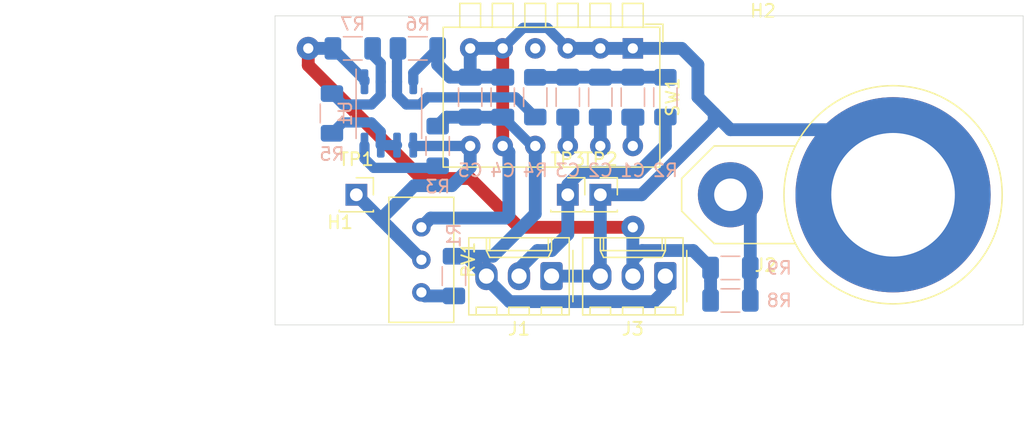
<source format=kicad_pcb>
(kicad_pcb (version 20171130) (host pcbnew 5.1.10-88a1d61d58~90~ubuntu20.04.1)

  (general
    (thickness 1.6)
    (drawings 6)
    (tracks 121)
    (zones 0)
    (modules 25)
    (nets 17)
  )

  (page A4)
  (layers
    (0 F.Cu signal)
    (31 B.Cu signal)
    (32 B.Adhes user)
    (33 F.Adhes user)
    (34 B.Paste user)
    (35 F.Paste user)
    (36 B.SilkS user)
    (37 F.SilkS user)
    (38 B.Mask user)
    (39 F.Mask user)
    (40 Dwgs.User user)
    (41 Cmts.User user)
    (42 Eco1.User user)
    (43 Eco2.User user)
    (44 Edge.Cuts user)
    (45 Margin user)
    (46 B.CrtYd user)
    (47 F.CrtYd user)
    (48 B.Fab user)
    (49 F.Fab user)
  )

  (setup
    (last_trace_width 0.8)
    (user_trace_width 0.8)
    (user_trace_width 1)
    (user_trace_width 1.5)
    (user_trace_width 3)
    (trace_clearance 0.4)
    (zone_clearance 0.508)
    (zone_45_only no)
    (trace_min 0.8)
    (via_size 1.2)
    (via_drill 0.8)
    (via_min_size 1)
    (via_min_drill 0.8)
    (user_via 1.8 0.8)
    (user_via 2.2 1)
    (uvia_size 0.3)
    (uvia_drill 0.1)
    (uvias_allowed no)
    (uvia_min_size 0.2)
    (uvia_min_drill 0.1)
    (edge_width 0.05)
    (segment_width 0.2)
    (pcb_text_width 0.3)
    (pcb_text_size 1.5 1.5)
    (mod_edge_width 0.12)
    (mod_text_size 1 1)
    (mod_text_width 0.15)
    (pad_size 1.524 1.524)
    (pad_drill 0.762)
    (pad_to_mask_clearance 0)
    (aux_axis_origin 76.2 127)
    (grid_origin 76.2 127)
    (visible_elements FFFFFF7F)
    (pcbplotparams
      (layerselection 0x01000_fffffffe)
      (usegerberextensions false)
      (usegerberattributes true)
      (usegerberadvancedattributes true)
      (creategerberjobfile true)
      (excludeedgelayer true)
      (linewidth 0.100000)
      (plotframeref false)
      (viasonmask false)
      (mode 1)
      (useauxorigin true)
      (hpglpennumber 1)
      (hpglpenspeed 20)
      (hpglpendiameter 15.000000)
      (psnegative false)
      (psa4output false)
      (plotreference true)
      (plotvalue true)
      (plotinvisibletext false)
      (padsonsilk false)
      (subtractmaskfromsilk false)
      (outputformat 1)
      (mirror false)
      (drillshape 0)
      (scaleselection 1)
      (outputdirectory "gerber/"))
  )

  (net 0 "")
  (net 1 "Net-(C1-Pad2)")
  (net 2 "Net-(C1-Pad1)")
  (net 3 "Net-(C2-Pad2)")
  (net 4 "Net-(C3-Pad2)")
  (net 5 GND)
  (net 6 +5V)
  (net 7 "Net-(J1-Pad2)")
  (net 8 "Net-(J2-Pad1)")
  (net 9 "Net-(J3-Pad2)")
  (net 10 "Net-(R1-Pad2)")
  (net 11 "Net-(R4-Pad1)")
  (net 12 "Net-(RV1-Pad2)")
  (net 13 "Net-(R3-Pad2)")
  (net 14 "Net-(R5-Pad2)")
  (net 15 "Net-(R5-Pad1)")
  (net 16 "Net-(SW1-Pad4)")

  (net_class Default "This is the default net class."
    (clearance 0.4)
    (trace_width 1)
    (via_dia 1.2)
    (via_drill 0.8)
    (uvia_dia 0.3)
    (uvia_drill 0.1)
    (diff_pair_width 0.8)
    (diff_pair_gap 0.25)
    (add_net +5V)
    (add_net GND)
    (add_net "Net-(C1-Pad1)")
    (add_net "Net-(C1-Pad2)")
    (add_net "Net-(C2-Pad2)")
    (add_net "Net-(C3-Pad2)")
    (add_net "Net-(J1-Pad2)")
    (add_net "Net-(J2-Pad1)")
    (add_net "Net-(J3-Pad2)")
    (add_net "Net-(R1-Pad2)")
    (add_net "Net-(R3-Pad2)")
    (add_net "Net-(R4-Pad1)")
    (add_net "Net-(R5-Pad1)")
    (add_net "Net-(R5-Pad2)")
    (add_net "Net-(RV1-Pad2)")
    (add_net "Net-(SW1-Pad4)")
  )

  (module Resistor_SMD:R_1206_3216Metric_Pad1.30x1.75mm_HandSolder (layer B.Cu) (tedit 5F68FEEE) (tstamp 63DF51E6)
    (at 88.9 113.03 270)
    (descr "Resistor SMD 1206 (3216 Metric), square (rectangular) end terminal, IPC_7351 nominal with elongated pad for handsoldering. (Body size source: IPC-SM-782 page 72, https://www.pcb-3d.com/wordpress/wp-content/uploads/ipc-sm-782a_amendment_1_and_2.pdf), generated with kicad-footprint-generator")
    (tags "resistor handsolder")
    (path /6407B6E7)
    (attr smd)
    (fp_text reference R3 (at 3.175 0 180) (layer B.SilkS)
      (effects (font (size 1 1) (thickness 0.15)) (justify mirror))
    )
    (fp_text value 0 (at 0 -1.82 90) (layer B.Fab)
      (effects (font (size 1 1) (thickness 0.15)) (justify mirror))
    )
    (fp_text user %R (at 0 0 90) (layer B.Fab)
      (effects (font (size 0.8 0.8) (thickness 0.12)) (justify mirror))
    )
    (fp_line (start -1.6 -0.8) (end -1.6 0.8) (layer B.Fab) (width 0.1))
    (fp_line (start -1.6 0.8) (end 1.6 0.8) (layer B.Fab) (width 0.1))
    (fp_line (start 1.6 0.8) (end 1.6 -0.8) (layer B.Fab) (width 0.1))
    (fp_line (start 1.6 -0.8) (end -1.6 -0.8) (layer B.Fab) (width 0.1))
    (fp_line (start -0.727064 0.91) (end 0.727064 0.91) (layer B.SilkS) (width 0.12))
    (fp_line (start -0.727064 -0.91) (end 0.727064 -0.91) (layer B.SilkS) (width 0.12))
    (fp_line (start -2.45 -1.12) (end -2.45 1.12) (layer B.CrtYd) (width 0.05))
    (fp_line (start -2.45 1.12) (end 2.45 1.12) (layer B.CrtYd) (width 0.05))
    (fp_line (start 2.45 1.12) (end 2.45 -1.12) (layer B.CrtYd) (width 0.05))
    (fp_line (start 2.45 -1.12) (end -2.45 -1.12) (layer B.CrtYd) (width 0.05))
    (pad 2 smd roundrect (at 1.55 0 270) (size 1.3 1.75) (layers B.Cu B.Paste B.Mask) (roundrect_rratio 0.1923076923076923)
      (net 13 "Net-(R3-Pad2)"))
    (pad 1 smd roundrect (at -1.55 0 270) (size 1.3 1.75) (layers B.Cu B.Paste B.Mask) (roundrect_rratio 0.1923076923076923)
      (net 6 +5V))
    (model ${KISYS3DMOD}/Resistor_SMD.3dshapes/R_1206_3216Metric.wrl
      (at (xyz 0 0 0))
      (scale (xyz 1 1 1))
      (rotate (xyz 0 0 0))
    )
  )

  (module Potentiometer_THT:Potentiometer_Bourns_3296W_Vertical (layer F.Cu) (tedit 5A3D4994) (tstamp 63DF4805)
    (at 87.63 124.46 270)
    (descr "Potentiometer, vertical, Bourns 3296W, https://www.bourns.com/pdfs/3296.pdf")
    (tags "Potentiometer vertical Bourns 3296W")
    (path /63F238D4)
    (fp_text reference RV1 (at -2.54 -3.66 90) (layer F.SilkS)
      (effects (font (size 1 1) (thickness 0.15)))
    )
    (fp_text value 10k (at -2.54 3.67 90) (layer F.Fab)
      (effects (font (size 1 1) (thickness 0.15)))
    )
    (fp_text user %R (at -3.175 0.005 90) (layer F.Fab)
      (effects (font (size 1 1) (thickness 0.15)))
    )
    (fp_circle (center 0.955 1.15) (end 2.05 1.15) (layer F.Fab) (width 0.1))
    (fp_line (start -7.305 -2.41) (end -7.305 2.42) (layer F.Fab) (width 0.1))
    (fp_line (start -7.305 2.42) (end 2.225 2.42) (layer F.Fab) (width 0.1))
    (fp_line (start 2.225 2.42) (end 2.225 -2.41) (layer F.Fab) (width 0.1))
    (fp_line (start 2.225 -2.41) (end -7.305 -2.41) (layer F.Fab) (width 0.1))
    (fp_line (start 0.955 2.235) (end 0.956 0.066) (layer F.Fab) (width 0.1))
    (fp_line (start 0.955 2.235) (end 0.956 0.066) (layer F.Fab) (width 0.1))
    (fp_line (start -7.425 -2.53) (end 2.345 -2.53) (layer F.SilkS) (width 0.12))
    (fp_line (start -7.425 2.54) (end 2.345 2.54) (layer F.SilkS) (width 0.12))
    (fp_line (start -7.425 -2.53) (end -7.425 2.54) (layer F.SilkS) (width 0.12))
    (fp_line (start 2.345 -2.53) (end 2.345 2.54) (layer F.SilkS) (width 0.12))
    (fp_line (start -7.6 -2.7) (end -7.6 2.7) (layer F.CrtYd) (width 0.05))
    (fp_line (start -7.6 2.7) (end 2.5 2.7) (layer F.CrtYd) (width 0.05))
    (fp_line (start 2.5 2.7) (end 2.5 -2.7) (layer F.CrtYd) (width 0.05))
    (fp_line (start 2.5 -2.7) (end -7.6 -2.7) (layer F.CrtYd) (width 0.05))
    (pad 3 thru_hole circle (at -5.08 0 270) (size 1.44 1.44) (drill 0.8) (layers *.Cu *.Mask)
      (net 5 GND))
    (pad 2 thru_hole circle (at -2.54 0 270) (size 1.44 1.44) (drill 0.8) (layers *.Cu *.Mask)
      (net 12 "Net-(RV1-Pad2)"))
    (pad 1 thru_hole circle (at 0 0 270) (size 1.44 1.44) (drill 0.8) (layers *.Cu *.Mask)
      (net 10 "Net-(R1-Pad2)"))
    (model ${KISYS3DMOD}/Potentiometer_THT.3dshapes/Potentiometer_Bourns_3296W_Vertical.wrl
      (at (xyz 0 0 0))
      (scale (xyz 1 1 1))
      (rotate (xyz 0 0 0))
    )
  )

  (module Package_SO:SOIC-8_3.9x4.9mm_P1.27mm (layer B.Cu) (tedit 5D9F72B1) (tstamp 63DF47B4)
    (at 85.09 110.49 270)
    (descr "SOIC, 8 Pin (JEDEC MS-012AA, https://www.analog.com/media/en/package-pcb-resources/package/pkg_pdf/soic_narrow-r/r_8.pdf), generated with kicad-footprint-generator ipc_gullwing_generator.py")
    (tags "SOIC SO")
    (path /63EC682B)
    (attr smd)
    (fp_text reference U1 (at 0 3.4 90) (layer B.SilkS)
      (effects (font (size 1 1) (thickness 0.15)) (justify mirror))
    )
    (fp_text value LMV358 (at 0 -3.4 90) (layer B.Fab)
      (effects (font (size 1 1) (thickness 0.15)) (justify mirror))
    )
    (fp_text user %R (at 0 0 90) (layer B.Fab)
      (effects (font (size 0.98 0.98) (thickness 0.15)) (justify mirror))
    )
    (fp_line (start 0 -2.56) (end 1.95 -2.56) (layer B.SilkS) (width 0.12))
    (fp_line (start 0 -2.56) (end -1.95 -2.56) (layer B.SilkS) (width 0.12))
    (fp_line (start 0 2.56) (end 1.95 2.56) (layer B.SilkS) (width 0.12))
    (fp_line (start 0 2.56) (end -3.45 2.56) (layer B.SilkS) (width 0.12))
    (fp_line (start -0.975 2.45) (end 1.95 2.45) (layer B.Fab) (width 0.1))
    (fp_line (start 1.95 2.45) (end 1.95 -2.45) (layer B.Fab) (width 0.1))
    (fp_line (start 1.95 -2.45) (end -1.95 -2.45) (layer B.Fab) (width 0.1))
    (fp_line (start -1.95 -2.45) (end -1.95 1.475) (layer B.Fab) (width 0.1))
    (fp_line (start -1.95 1.475) (end -0.975 2.45) (layer B.Fab) (width 0.1))
    (fp_line (start -3.7 2.7) (end -3.7 -2.7) (layer B.CrtYd) (width 0.05))
    (fp_line (start -3.7 -2.7) (end 3.7 -2.7) (layer B.CrtYd) (width 0.05))
    (fp_line (start 3.7 -2.7) (end 3.7 2.7) (layer B.CrtYd) (width 0.05))
    (fp_line (start 3.7 2.7) (end -3.7 2.7) (layer B.CrtYd) (width 0.05))
    (pad 8 smd roundrect (at 2.475 1.905 270) (size 1.95 0.6) (layers B.Cu B.Paste B.Mask) (roundrect_rratio 0.25)
      (net 13 "Net-(R3-Pad2)"))
    (pad 7 smd roundrect (at 2.475 0.635 270) (size 1.95 0.6) (layers B.Cu B.Paste B.Mask) (roundrect_rratio 0.25)
      (net 14 "Net-(R5-Pad2)"))
    (pad 6 smd roundrect (at 2.475 -0.635 270) (size 1.95 0.6) (layers B.Cu B.Paste B.Mask) (roundrect_rratio 0.25)
      (net 14 "Net-(R5-Pad2)"))
    (pad 5 smd roundrect (at 2.475 -1.905 270) (size 1.95 0.6) (layers B.Cu B.Paste B.Mask) (roundrect_rratio 0.25)
      (net 12 "Net-(RV1-Pad2)"))
    (pad 4 smd roundrect (at -2.475 -1.905 270) (size 1.95 0.6) (layers B.Cu B.Paste B.Mask) (roundrect_rratio 0.25)
      (net 5 GND))
    (pad 3 smd roundrect (at -2.475 -0.635 270) (size 1.95 0.6) (layers B.Cu B.Paste B.Mask) (roundrect_rratio 0.25)
      (net 11 "Net-(R4-Pad1)"))
    (pad 2 smd roundrect (at -2.475 0.635 270) (size 1.95 0.6) (layers B.Cu B.Paste B.Mask) (roundrect_rratio 0.25)
      (net 15 "Net-(R5-Pad1)"))
    (pad 1 smd roundrect (at -2.475 1.905 270) (size 1.95 0.6) (layers B.Cu B.Paste B.Mask) (roundrect_rratio 0.25)
      (net 9 "Net-(J3-Pad2)"))
    (model ${KISYS3DMOD}/Package_SO.3dshapes/SOIC-8_3.9x4.9mm_P1.27mm.wrl
      (at (xyz 0 0 0))
      (scale (xyz 1 1 1))
      (rotate (xyz 0 0 0))
    )
  )

  (module Connector_PinSocket_2.54mm:PinSocket_1x01_P2.54mm_Vertical (layer F.Cu) (tedit 5A19A434) (tstamp 63DF45F5)
    (at 99.06 116.84)
    (descr "Through hole straight socket strip, 1x01, 2.54mm pitch, single row (from Kicad 4.0.7), script generated")
    (tags "Through hole socket strip THT 1x01 2.54mm single row")
    (path /63FF51D7)
    (fp_text reference TP3 (at 0 -2.77) (layer F.SilkS)
      (effects (font (size 1 1) (thickness 0.15)))
    )
    (fp_text value INPUT (at 0 2.77) (layer F.Fab)
      (effects (font (size 1 1) (thickness 0.15)))
    )
    (fp_text user %R (at 0 0) (layer F.Fab)
      (effects (font (size 1 1) (thickness 0.15)))
    )
    (fp_line (start -1.27 -1.27) (end 0.635 -1.27) (layer F.Fab) (width 0.1))
    (fp_line (start 0.635 -1.27) (end 1.27 -0.635) (layer F.Fab) (width 0.1))
    (fp_line (start 1.27 -0.635) (end 1.27 1.27) (layer F.Fab) (width 0.1))
    (fp_line (start 1.27 1.27) (end -1.27 1.27) (layer F.Fab) (width 0.1))
    (fp_line (start -1.27 1.27) (end -1.27 -1.27) (layer F.Fab) (width 0.1))
    (fp_line (start -1.33 1.33) (end 1.33 1.33) (layer F.SilkS) (width 0.12))
    (fp_line (start -1.33 1.21) (end -1.33 1.33) (layer F.SilkS) (width 0.12))
    (fp_line (start 1.33 1.21) (end 1.33 1.33) (layer F.SilkS) (width 0.12))
    (fp_line (start 1.33 -1.33) (end 1.33 0) (layer F.SilkS) (width 0.12))
    (fp_line (start 0 -1.33) (end 1.33 -1.33) (layer F.SilkS) (width 0.12))
    (fp_line (start -1.8 -1.8) (end 1.75 -1.8) (layer F.CrtYd) (width 0.05))
    (fp_line (start 1.75 -1.8) (end 1.75 1.75) (layer F.CrtYd) (width 0.05))
    (fp_line (start 1.75 1.75) (end -1.8 1.75) (layer F.CrtYd) (width 0.05))
    (fp_line (start -1.8 1.75) (end -1.8 -1.8) (layer F.CrtYd) (width 0.05))
    (pad 1 thru_hole rect (at 0 0) (size 1.7 1.7) (drill 1) (layers *.Cu *.Mask)
      (net 7 "Net-(J1-Pad2)"))
    (model ${KISYS3DMOD}/Connector_PinSocket_2.54mm.3dshapes/PinSocket_1x01_P2.54mm_Vertical.wrl
      (at (xyz 0 0 0))
      (scale (xyz 1 1 1))
      (rotate (xyz 0 0 0))
    )
  )

  (module Connector_PinSocket_2.54mm:PinSocket_1x01_P2.54mm_Vertical (layer F.Cu) (tedit 5A19A434) (tstamp 63DF4574)
    (at 101.6 116.84)
    (descr "Through hole straight socket strip, 1x01, 2.54mm pitch, single row (from Kicad 4.0.7), script generated")
    (tags "Through hole socket strip THT 1x01 2.54mm single row")
    (path /63FDD880)
    (fp_text reference TP2 (at 0 -2.77) (layer F.SilkS)
      (effects (font (size 1 1) (thickness 0.15)))
    )
    (fp_text value GND (at 0 2.77) (layer F.Fab)
      (effects (font (size 1 1) (thickness 0.15)))
    )
    (fp_text user %R (at 0 0) (layer F.Fab)
      (effects (font (size 1 1) (thickness 0.15)))
    )
    (fp_line (start -1.27 -1.27) (end 0.635 -1.27) (layer F.Fab) (width 0.1))
    (fp_line (start 0.635 -1.27) (end 1.27 -0.635) (layer F.Fab) (width 0.1))
    (fp_line (start 1.27 -0.635) (end 1.27 1.27) (layer F.Fab) (width 0.1))
    (fp_line (start 1.27 1.27) (end -1.27 1.27) (layer F.Fab) (width 0.1))
    (fp_line (start -1.27 1.27) (end -1.27 -1.27) (layer F.Fab) (width 0.1))
    (fp_line (start -1.33 1.33) (end 1.33 1.33) (layer F.SilkS) (width 0.12))
    (fp_line (start -1.33 1.21) (end -1.33 1.33) (layer F.SilkS) (width 0.12))
    (fp_line (start 1.33 1.21) (end 1.33 1.33) (layer F.SilkS) (width 0.12))
    (fp_line (start 1.33 -1.33) (end 1.33 0) (layer F.SilkS) (width 0.12))
    (fp_line (start 0 -1.33) (end 1.33 -1.33) (layer F.SilkS) (width 0.12))
    (fp_line (start -1.8 -1.8) (end 1.75 -1.8) (layer F.CrtYd) (width 0.05))
    (fp_line (start 1.75 -1.8) (end 1.75 1.75) (layer F.CrtYd) (width 0.05))
    (fp_line (start 1.75 1.75) (end -1.8 1.75) (layer F.CrtYd) (width 0.05))
    (fp_line (start -1.8 1.75) (end -1.8 -1.8) (layer F.CrtYd) (width 0.05))
    (pad 1 thru_hole rect (at 0 0) (size 1.7 1.7) (drill 1) (layers *.Cu *.Mask)
      (net 5 GND))
    (model ${KISYS3DMOD}/Connector_PinSocket_2.54mm.3dshapes/PinSocket_1x01_P2.54mm_Vertical.wrl
      (at (xyz 0 0 0))
      (scale (xyz 1 1 1))
      (rotate (xyz 0 0 0))
    )
  )

  (module Connector_PinSocket_2.54mm:PinSocket_1x01_P2.54mm_Vertical (layer F.Cu) (tedit 5A19A434) (tstamp 63DF4313)
    (at 82.55 116.84)
    (descr "Through hole straight socket strip, 1x01, 2.54mm pitch, single row (from Kicad 4.0.7), script generated")
    (tags "Through hole socket strip THT 1x01 2.54mm single row")
    (path /63FD9AC6)
    (fp_text reference TP1 (at 0 -2.77) (layer F.SilkS)
      (effects (font (size 1 1) (thickness 0.15)))
    )
    (fp_text value offset (at 0 2.77) (layer F.Fab)
      (effects (font (size 1 1) (thickness 0.15)))
    )
    (fp_text user %R (at 0 0) (layer F.Fab)
      (effects (font (size 1 1) (thickness 0.15)))
    )
    (fp_line (start -1.27 -1.27) (end 0.635 -1.27) (layer F.Fab) (width 0.1))
    (fp_line (start 0.635 -1.27) (end 1.27 -0.635) (layer F.Fab) (width 0.1))
    (fp_line (start 1.27 -0.635) (end 1.27 1.27) (layer F.Fab) (width 0.1))
    (fp_line (start 1.27 1.27) (end -1.27 1.27) (layer F.Fab) (width 0.1))
    (fp_line (start -1.27 1.27) (end -1.27 -1.27) (layer F.Fab) (width 0.1))
    (fp_line (start -1.33 1.33) (end 1.33 1.33) (layer F.SilkS) (width 0.12))
    (fp_line (start -1.33 1.21) (end -1.33 1.33) (layer F.SilkS) (width 0.12))
    (fp_line (start 1.33 1.21) (end 1.33 1.33) (layer F.SilkS) (width 0.12))
    (fp_line (start 1.33 -1.33) (end 1.33 0) (layer F.SilkS) (width 0.12))
    (fp_line (start 0 -1.33) (end 1.33 -1.33) (layer F.SilkS) (width 0.12))
    (fp_line (start -1.8 -1.8) (end 1.75 -1.8) (layer F.CrtYd) (width 0.05))
    (fp_line (start 1.75 -1.8) (end 1.75 1.75) (layer F.CrtYd) (width 0.05))
    (fp_line (start 1.75 1.75) (end -1.8 1.75) (layer F.CrtYd) (width 0.05))
    (fp_line (start -1.8 1.75) (end -1.8 -1.8) (layer F.CrtYd) (width 0.05))
    (pad 1 thru_hole rect (at 0 0) (size 1.7 1.7) (drill 1) (layers *.Cu *.Mask)
      (net 12 "Net-(RV1-Pad2)"))
    (model ${KISYS3DMOD}/Connector_PinSocket_2.54mm.3dshapes/PinSocket_1x01_P2.54mm_Vertical.wrl
      (at (xyz 0 0 0))
      (scale (xyz 1 1 1))
      (rotate (xyz 0 0 0))
    )
  )

  (module Button_Switch_THT:SW_DIP_SPSTx06_Piano_10.8x16.8mm_W7.62mm_P2.54mm (layer F.Cu) (tedit 5A4E1405) (tstamp 63DF447B)
    (at 104.14 105.41 270)
    (descr "6x-dip-switch SPST , Piano, row spacing 7.62 mm (300 mils), body size 10.8x16.8mm")
    (tags "DIP Switch SPST Piano 7.62mm 300mil")
    (path /63F79DB8)
    (fp_text reference SW1 (at 3.81 -3.11 90) (layer F.SilkS)
      (effects (font (size 1 1) (thickness 0.15)))
    )
    (fp_text value DP-06 (at 3.81 15.81 90) (layer F.Fab)
      (effects (font (size 1 1) (thickness 0.15)))
    )
    (fp_text user %R (at 3.81 6.35 90) (layer F.Fab)
      (effects (font (size 0.8 0.8) (thickness 0.12)))
    )
    (fp_line (start -0.59 -2.05) (end 9.21 -2.05) (layer F.Fab) (width 0.1))
    (fp_line (start 9.21 -2.05) (end 9.21 14.75) (layer F.Fab) (width 0.1))
    (fp_line (start 9.21 14.75) (end -1.59 14.75) (layer F.Fab) (width 0.1))
    (fp_line (start -1.59 14.75) (end -1.59 -1.05) (layer F.Fab) (width 0.1))
    (fp_line (start -1.59 -1.05) (end -0.59 -2.05) (layer F.Fab) (width 0.1))
    (fp_line (start -1.59 -0.75) (end -1.59 0.75) (layer F.Fab) (width 0.1))
    (fp_line (start -1.59 0.75) (end -3.39 0.75) (layer F.Fab) (width 0.1))
    (fp_line (start -3.39 0.75) (end -3.39 -0.75) (layer F.Fab) (width 0.1))
    (fp_line (start -3.39 -0.75) (end -1.59 -0.75) (layer F.Fab) (width 0.1))
    (fp_line (start -1.59 1.79) (end -1.59 3.29) (layer F.Fab) (width 0.1))
    (fp_line (start -1.59 3.29) (end -3.39 3.29) (layer F.Fab) (width 0.1))
    (fp_line (start -3.39 3.29) (end -3.39 1.79) (layer F.Fab) (width 0.1))
    (fp_line (start -3.39 1.79) (end -1.59 1.79) (layer F.Fab) (width 0.1))
    (fp_line (start -1.59 4.33) (end -1.59 5.83) (layer F.Fab) (width 0.1))
    (fp_line (start -1.59 5.83) (end -3.39 5.83) (layer F.Fab) (width 0.1))
    (fp_line (start -3.39 5.83) (end -3.39 4.33) (layer F.Fab) (width 0.1))
    (fp_line (start -3.39 4.33) (end -1.59 4.33) (layer F.Fab) (width 0.1))
    (fp_line (start -1.59 6.87) (end -1.59 8.37) (layer F.Fab) (width 0.1))
    (fp_line (start -1.59 8.37) (end -3.39 8.37) (layer F.Fab) (width 0.1))
    (fp_line (start -3.39 8.37) (end -3.39 6.87) (layer F.Fab) (width 0.1))
    (fp_line (start -3.39 6.87) (end -1.59 6.87) (layer F.Fab) (width 0.1))
    (fp_line (start -1.59 9.41) (end -1.59 10.91) (layer F.Fab) (width 0.1))
    (fp_line (start -1.59 10.91) (end -3.39 10.91) (layer F.Fab) (width 0.1))
    (fp_line (start -3.39 10.91) (end -3.39 9.41) (layer F.Fab) (width 0.1))
    (fp_line (start -3.39 9.41) (end -1.59 9.41) (layer F.Fab) (width 0.1))
    (fp_line (start -1.59 11.95) (end -1.59 13.45) (layer F.Fab) (width 0.1))
    (fp_line (start -1.59 13.45) (end -3.39 13.45) (layer F.Fab) (width 0.1))
    (fp_line (start -3.39 13.45) (end -3.39 11.95) (layer F.Fab) (width 0.1))
    (fp_line (start -3.39 11.95) (end -1.59 11.95) (layer F.Fab) (width 0.1))
    (fp_line (start -1.65 -2.11) (end 9.27 -2.11) (layer F.SilkS) (width 0.12))
    (fp_line (start -1.65 14.811) (end 9.27 14.811) (layer F.SilkS) (width 0.12))
    (fp_line (start -1.65 -2.11) (end -1.65 14.811) (layer F.SilkS) (width 0.12))
    (fp_line (start 9.27 -2.11) (end 9.27 14.811) (layer F.SilkS) (width 0.12))
    (fp_line (start -1.89 -2.35) (end -0.507 -2.35) (layer F.SilkS) (width 0.12))
    (fp_line (start -1.89 -2.35) (end -1.89 -0.967) (layer F.SilkS) (width 0.12))
    (fp_line (start -3.51 -0.81) (end -1.65 -0.81) (layer F.SilkS) (width 0.12))
    (fp_line (start -3.51 0.81) (end -1.65 0.81) (layer F.SilkS) (width 0.12))
    (fp_line (start -3.51 -0.81) (end -3.51 0.81) (layer F.SilkS) (width 0.12))
    (fp_line (start -1.65 -0.81) (end -1.65 0.81) (layer F.SilkS) (width 0.12))
    (fp_line (start -3.51 1.73) (end -1.65 1.73) (layer F.SilkS) (width 0.12))
    (fp_line (start -3.51 3.35) (end -1.65 3.35) (layer F.SilkS) (width 0.12))
    (fp_line (start -3.51 1.73) (end -3.51 3.35) (layer F.SilkS) (width 0.12))
    (fp_line (start -1.65 1.73) (end -1.65 3.35) (layer F.SilkS) (width 0.12))
    (fp_line (start -3.51 4.27) (end -1.65 4.27) (layer F.SilkS) (width 0.12))
    (fp_line (start -3.51 5.89) (end -1.65 5.89) (layer F.SilkS) (width 0.12))
    (fp_line (start -3.51 4.27) (end -3.51 5.89) (layer F.SilkS) (width 0.12))
    (fp_line (start -1.65 4.27) (end -1.65 5.89) (layer F.SilkS) (width 0.12))
    (fp_line (start -3.51 6.81) (end -1.65 6.81) (layer F.SilkS) (width 0.12))
    (fp_line (start -3.51 8.43) (end -1.65 8.43) (layer F.SilkS) (width 0.12))
    (fp_line (start -3.51 6.81) (end -3.51 8.43) (layer F.SilkS) (width 0.12))
    (fp_line (start -1.65 6.81) (end -1.65 8.43) (layer F.SilkS) (width 0.12))
    (fp_line (start -3.51 9.35) (end -1.65 9.35) (layer F.SilkS) (width 0.12))
    (fp_line (start -3.51 10.97) (end -1.65 10.97) (layer F.SilkS) (width 0.12))
    (fp_line (start -3.51 9.35) (end -3.51 10.97) (layer F.SilkS) (width 0.12))
    (fp_line (start -1.65 9.35) (end -1.65 10.97) (layer F.SilkS) (width 0.12))
    (fp_line (start -3.51 11.89) (end -1.65 11.89) (layer F.SilkS) (width 0.12))
    (fp_line (start -3.51 13.51) (end -1.65 13.51) (layer F.SilkS) (width 0.12))
    (fp_line (start -3.51 11.89) (end -3.51 13.51) (layer F.SilkS) (width 0.12))
    (fp_line (start -1.65 11.89) (end -1.65 13.51) (layer F.SilkS) (width 0.12))
    (fp_line (start -3.65 -2.4) (end -3.65 15.1) (layer F.CrtYd) (width 0.05))
    (fp_line (start -3.65 15.1) (end 9.5 15.1) (layer F.CrtYd) (width 0.05))
    (fp_line (start 9.5 15.1) (end 9.5 -2.4) (layer F.CrtYd) (width 0.05))
    (fp_line (start 9.5 -2.4) (end -3.65 -2.4) (layer F.CrtYd) (width 0.05))
    (pad 12 thru_hole oval (at 7.62 0 270) (size 1.6 1.6) (drill 0.8) (layers *.Cu *.Mask)
      (net 1 "Net-(C1-Pad2)"))
    (pad 6 thru_hole oval (at 0 12.7 270) (size 1.6 1.6) (drill 0.8) (layers *.Cu *.Mask)
      (net 5 GND))
    (pad 11 thru_hole oval (at 7.62 2.54 270) (size 1.6 1.6) (drill 0.8) (layers *.Cu *.Mask)
      (net 3 "Net-(C2-Pad2)"))
    (pad 5 thru_hole oval (at 0 10.16 270) (size 1.6 1.6) (drill 0.8) (layers *.Cu *.Mask)
      (net 5 GND))
    (pad 10 thru_hole oval (at 7.62 5.08 270) (size 1.6 1.6) (drill 0.8) (layers *.Cu *.Mask)
      (net 4 "Net-(C3-Pad2)"))
    (pad 4 thru_hole oval (at 0 7.62 270) (size 1.6 1.6) (drill 0.8) (layers *.Cu *.Mask)
      (net 16 "Net-(SW1-Pad4)"))
    (pad 9 thru_hole oval (at 7.62 7.62 270) (size 1.6 1.6) (drill 0.8) (layers *.Cu *.Mask)
      (net 6 +5V))
    (pad 3 thru_hole oval (at 0 5.08 270) (size 1.6 1.6) (drill 0.8) (layers *.Cu *.Mask)
      (net 5 GND))
    (pad 8 thru_hole oval (at 7.62 10.16 270) (size 1.6 1.6) (drill 0.8) (layers *.Cu *.Mask)
      (net 5 GND))
    (pad 2 thru_hole oval (at 0 2.54 270) (size 1.6 1.6) (drill 0.8) (layers *.Cu *.Mask)
      (net 5 GND))
    (pad 7 thru_hole oval (at 7.62 12.7 270) (size 1.6 1.6) (drill 0.8) (layers *.Cu *.Mask)
      (net 12 "Net-(RV1-Pad2)"))
    (pad 1 thru_hole rect (at 0 0 270) (size 1.6 1.6) (drill 0.8) (layers *.Cu *.Mask)
      (net 5 GND))
    (model ${KISYS3DMOD}/Button_Switch_THT.3dshapes/SW_DIP_SPSTx06_Piano_10.8x16.8mm_W7.62mm_P2.54mm.wrl
      (at (xyz 0 0 0))
      (scale (xyz 1 1 1))
      (rotate (xyz 0 0 90))
    )
  )

  (module Resistor_SMD:R_1206_3216Metric_Pad1.30x1.75mm_HandSolder (layer B.Cu) (tedit 5F68FEEE) (tstamp 63DF4541)
    (at 111.76 122.555 180)
    (descr "Resistor SMD 1206 (3216 Metric), square (rectangular) end terminal, IPC_7351 nominal with elongated pad for handsoldering. (Body size source: IPC-SM-782 page 72, https://www.pcb-3d.com/wordpress/wp-content/uploads/ipc-sm-782a_amendment_1_and_2.pdf), generated with kicad-footprint-generator")
    (tags "resistor handsolder")
    (path /63FC6E45)
    (attr smd)
    (fp_text reference R9 (at -3.81 0) (layer B.SilkS)
      (effects (font (size 1 1) (thickness 0.15)) (justify mirror))
    )
    (fp_text value 100 (at 0 -1.82) (layer B.Fab)
      (effects (font (size 1 1) (thickness 0.15)) (justify mirror))
    )
    (fp_text user %R (at 0 0) (layer B.Fab)
      (effects (font (size 0.8 0.8) (thickness 0.12)) (justify mirror))
    )
    (fp_line (start -1.6 -0.8) (end -1.6 0.8) (layer B.Fab) (width 0.1))
    (fp_line (start -1.6 0.8) (end 1.6 0.8) (layer B.Fab) (width 0.1))
    (fp_line (start 1.6 0.8) (end 1.6 -0.8) (layer B.Fab) (width 0.1))
    (fp_line (start 1.6 -0.8) (end -1.6 -0.8) (layer B.Fab) (width 0.1))
    (fp_line (start -0.727064 0.91) (end 0.727064 0.91) (layer B.SilkS) (width 0.12))
    (fp_line (start -0.727064 -0.91) (end 0.727064 -0.91) (layer B.SilkS) (width 0.12))
    (fp_line (start -2.45 -1.12) (end -2.45 1.12) (layer B.CrtYd) (width 0.05))
    (fp_line (start -2.45 1.12) (end 2.45 1.12) (layer B.CrtYd) (width 0.05))
    (fp_line (start 2.45 1.12) (end 2.45 -1.12) (layer B.CrtYd) (width 0.05))
    (fp_line (start 2.45 -1.12) (end -2.45 -1.12) (layer B.CrtYd) (width 0.05))
    (pad 2 smd roundrect (at 1.55 0 180) (size 1.3 1.75) (layers B.Cu B.Paste B.Mask) (roundrect_rratio 0.1923076923076923)
      (net 9 "Net-(J3-Pad2)"))
    (pad 1 smd roundrect (at -1.55 0 180) (size 1.3 1.75) (layers B.Cu B.Paste B.Mask) (roundrect_rratio 0.1923076923076923)
      (net 8 "Net-(J2-Pad1)"))
    (model ${KISYS3DMOD}/Resistor_SMD.3dshapes/R_1206_3216Metric.wrl
      (at (xyz 0 0 0))
      (scale (xyz 1 1 1))
      (rotate (xyz 0 0 0))
    )
  )

  (module Resistor_SMD:R_1206_3216Metric_Pad1.30x1.75mm_HandSolder (layer B.Cu) (tedit 5F68FEEE) (tstamp 63DF4871)
    (at 111.76 125.095 180)
    (descr "Resistor SMD 1206 (3216 Metric), square (rectangular) end terminal, IPC_7351 nominal with elongated pad for handsoldering. (Body size source: IPC-SM-782 page 72, https://www.pcb-3d.com/wordpress/wp-content/uploads/ipc-sm-782a_amendment_1_and_2.pdf), generated with kicad-footprint-generator")
    (tags "resistor handsolder")
    (path /63FC39CF)
    (attr smd)
    (fp_text reference R8 (at -3.81 0) (layer B.SilkS)
      (effects (font (size 1 1) (thickness 0.15)) (justify mirror))
    )
    (fp_text value 100 (at 0 -1.82) (layer B.Fab)
      (effects (font (size 1 1) (thickness 0.15)) (justify mirror))
    )
    (fp_text user %R (at 0 0) (layer B.Fab)
      (effects (font (size 0.8 0.8) (thickness 0.12)) (justify mirror))
    )
    (fp_line (start -1.6 -0.8) (end -1.6 0.8) (layer B.Fab) (width 0.1))
    (fp_line (start -1.6 0.8) (end 1.6 0.8) (layer B.Fab) (width 0.1))
    (fp_line (start 1.6 0.8) (end 1.6 -0.8) (layer B.Fab) (width 0.1))
    (fp_line (start 1.6 -0.8) (end -1.6 -0.8) (layer B.Fab) (width 0.1))
    (fp_line (start -0.727064 0.91) (end 0.727064 0.91) (layer B.SilkS) (width 0.12))
    (fp_line (start -0.727064 -0.91) (end 0.727064 -0.91) (layer B.SilkS) (width 0.12))
    (fp_line (start -2.45 -1.12) (end -2.45 1.12) (layer B.CrtYd) (width 0.05))
    (fp_line (start -2.45 1.12) (end 2.45 1.12) (layer B.CrtYd) (width 0.05))
    (fp_line (start 2.45 1.12) (end 2.45 -1.12) (layer B.CrtYd) (width 0.05))
    (fp_line (start 2.45 -1.12) (end -2.45 -1.12) (layer B.CrtYd) (width 0.05))
    (pad 2 smd roundrect (at 1.55 0 180) (size 1.3 1.75) (layers B.Cu B.Paste B.Mask) (roundrect_rratio 0.1923076923076923)
      (net 9 "Net-(J3-Pad2)"))
    (pad 1 smd roundrect (at -1.55 0 180) (size 1.3 1.75) (layers B.Cu B.Paste B.Mask) (roundrect_rratio 0.1923076923076923)
      (net 8 "Net-(J2-Pad1)"))
    (model ${KISYS3DMOD}/Resistor_SMD.3dshapes/R_1206_3216Metric.wrl
      (at (xyz 0 0 0))
      (scale (xyz 1 1 1))
      (rotate (xyz 0 0 0))
    )
  )

  (module Resistor_SMD:R_1206_3216Metric_Pad1.30x1.75mm_HandSolder (layer B.Cu) (tedit 5F68FEEE) (tstamp 63DF4841)
    (at 82.27 105.41)
    (descr "Resistor SMD 1206 (3216 Metric), square (rectangular) end terminal, IPC_7351 nominal with elongated pad for handsoldering. (Body size source: IPC-SM-782 page 72, https://www.pcb-3d.com/wordpress/wp-content/uploads/ipc-sm-782a_amendment_1_and_2.pdf), generated with kicad-footprint-generator")
    (tags "resistor handsolder")
    (path /63F17775)
    (attr smd)
    (fp_text reference R7 (at 0 -1.905) (layer B.SilkS)
      (effects (font (size 1 1) (thickness 0.15)) (justify mirror))
    )
    (fp_text value 120k (at 0 -1.82) (layer B.Fab)
      (effects (font (size 1 1) (thickness 0.15)) (justify mirror))
    )
    (fp_text user %R (at 0 0) (layer B.Fab)
      (effects (font (size 0.8 0.8) (thickness 0.12)) (justify mirror))
    )
    (fp_line (start -1.6 -0.8) (end -1.6 0.8) (layer B.Fab) (width 0.1))
    (fp_line (start -1.6 0.8) (end 1.6 0.8) (layer B.Fab) (width 0.1))
    (fp_line (start 1.6 0.8) (end 1.6 -0.8) (layer B.Fab) (width 0.1))
    (fp_line (start 1.6 -0.8) (end -1.6 -0.8) (layer B.Fab) (width 0.1))
    (fp_line (start -0.727064 0.91) (end 0.727064 0.91) (layer B.SilkS) (width 0.12))
    (fp_line (start -0.727064 -0.91) (end 0.727064 -0.91) (layer B.SilkS) (width 0.12))
    (fp_line (start -2.45 -1.12) (end -2.45 1.12) (layer B.CrtYd) (width 0.05))
    (fp_line (start -2.45 1.12) (end 2.45 1.12) (layer B.CrtYd) (width 0.05))
    (fp_line (start 2.45 1.12) (end 2.45 -1.12) (layer B.CrtYd) (width 0.05))
    (fp_line (start 2.45 -1.12) (end -2.45 -1.12) (layer B.CrtYd) (width 0.05))
    (pad 2 smd roundrect (at 1.55 0) (size 1.3 1.75) (layers B.Cu B.Paste B.Mask) (roundrect_rratio 0.1923076923076923)
      (net 15 "Net-(R5-Pad1)"))
    (pad 1 smd roundrect (at -1.55 0) (size 1.3 1.75) (layers B.Cu B.Paste B.Mask) (roundrect_rratio 0.1923076923076923)
      (net 9 "Net-(J3-Pad2)"))
    (model ${KISYS3DMOD}/Resistor_SMD.3dshapes/R_1206_3216Metric.wrl
      (at (xyz 0 0 0))
      (scale (xyz 1 1 1))
      (rotate (xyz 0 0 0))
    )
  )

  (module Resistor_SMD:R_1206_3216Metric_Pad1.30x1.75mm_HandSolder (layer B.Cu) (tedit 5F68FEEE) (tstamp 63DF4913)
    (at 87.35 105.41)
    (descr "Resistor SMD 1206 (3216 Metric), square (rectangular) end terminal, IPC_7351 nominal with elongated pad for handsoldering. (Body size source: IPC-SM-782 page 72, https://www.pcb-3d.com/wordpress/wp-content/uploads/ipc-sm-782a_amendment_1_and_2.pdf), generated with kicad-footprint-generator")
    (tags "resistor handsolder")
    (path /63F12DF2)
    (attr smd)
    (fp_text reference R6 (at 0 -1.905) (layer B.SilkS)
      (effects (font (size 1 1) (thickness 0.15)) (justify mirror))
    )
    (fp_text value 120k (at 0 -1.82) (layer B.Fab)
      (effects (font (size 1 1) (thickness 0.15)) (justify mirror))
    )
    (fp_text user %R (at 0 0) (layer B.Fab)
      (effects (font (size 0.8 0.8) (thickness 0.12)) (justify mirror))
    )
    (fp_line (start -1.6 -0.8) (end -1.6 0.8) (layer B.Fab) (width 0.1))
    (fp_line (start -1.6 0.8) (end 1.6 0.8) (layer B.Fab) (width 0.1))
    (fp_line (start 1.6 0.8) (end 1.6 -0.8) (layer B.Fab) (width 0.1))
    (fp_line (start 1.6 -0.8) (end -1.6 -0.8) (layer B.Fab) (width 0.1))
    (fp_line (start -0.727064 0.91) (end 0.727064 0.91) (layer B.SilkS) (width 0.12))
    (fp_line (start -0.727064 -0.91) (end 0.727064 -0.91) (layer B.SilkS) (width 0.12))
    (fp_line (start -2.45 -1.12) (end -2.45 1.12) (layer B.CrtYd) (width 0.05))
    (fp_line (start -2.45 1.12) (end 2.45 1.12) (layer B.CrtYd) (width 0.05))
    (fp_line (start 2.45 1.12) (end 2.45 -1.12) (layer B.CrtYd) (width 0.05))
    (fp_line (start 2.45 -1.12) (end -2.45 -1.12) (layer B.CrtYd) (width 0.05))
    (pad 2 smd roundrect (at 1.55 0) (size 1.3 1.75) (layers B.Cu B.Paste B.Mask) (roundrect_rratio 0.1923076923076923)
      (net 5 GND))
    (pad 1 smd roundrect (at -1.55 0) (size 1.3 1.75) (layers B.Cu B.Paste B.Mask) (roundrect_rratio 0.1923076923076923)
      (net 11 "Net-(R4-Pad1)"))
    (model ${KISYS3DMOD}/Resistor_SMD.3dshapes/R_1206_3216Metric.wrl
      (at (xyz 0 0 0))
      (scale (xyz 1 1 1))
      (rotate (xyz 0 0 0))
    )
  )

  (module Resistor_SMD:R_1206_3216Metric_Pad1.30x1.75mm_HandSolder (layer B.Cu) (tedit 5F68FEEE) (tstamp 63DF474B)
    (at 80.645 110.49 270)
    (descr "Resistor SMD 1206 (3216 Metric), square (rectangular) end terminal, IPC_7351 nominal with elongated pad for handsoldering. (Body size source: IPC-SM-782 page 72, https://www.pcb-3d.com/wordpress/wp-content/uploads/ipc-sm-782a_amendment_1_and_2.pdf), generated with kicad-footprint-generator")
    (tags "resistor handsolder")
    (path /63F1DA16)
    (attr smd)
    (fp_text reference R5 (at 3.175 0 180) (layer B.SilkS)
      (effects (font (size 1 1) (thickness 0.15)) (justify mirror))
    )
    (fp_text value 100k (at 0 -1.82 90) (layer B.Fab)
      (effects (font (size 1 1) (thickness 0.15)) (justify mirror))
    )
    (fp_text user %R (at 0 0 90) (layer B.Fab)
      (effects (font (size 0.8 0.8) (thickness 0.12)) (justify mirror))
    )
    (fp_line (start -1.6 -0.8) (end -1.6 0.8) (layer B.Fab) (width 0.1))
    (fp_line (start -1.6 0.8) (end 1.6 0.8) (layer B.Fab) (width 0.1))
    (fp_line (start 1.6 0.8) (end 1.6 -0.8) (layer B.Fab) (width 0.1))
    (fp_line (start 1.6 -0.8) (end -1.6 -0.8) (layer B.Fab) (width 0.1))
    (fp_line (start -0.727064 0.91) (end 0.727064 0.91) (layer B.SilkS) (width 0.12))
    (fp_line (start -0.727064 -0.91) (end 0.727064 -0.91) (layer B.SilkS) (width 0.12))
    (fp_line (start -2.45 -1.12) (end -2.45 1.12) (layer B.CrtYd) (width 0.05))
    (fp_line (start -2.45 1.12) (end 2.45 1.12) (layer B.CrtYd) (width 0.05))
    (fp_line (start 2.45 1.12) (end 2.45 -1.12) (layer B.CrtYd) (width 0.05))
    (fp_line (start 2.45 -1.12) (end -2.45 -1.12) (layer B.CrtYd) (width 0.05))
    (pad 2 smd roundrect (at 1.55 0 270) (size 1.3 1.75) (layers B.Cu B.Paste B.Mask) (roundrect_rratio 0.1923076923076923)
      (net 14 "Net-(R5-Pad2)"))
    (pad 1 smd roundrect (at -1.55 0 270) (size 1.3 1.75) (layers B.Cu B.Paste B.Mask) (roundrect_rratio 0.1923076923076923)
      (net 15 "Net-(R5-Pad1)"))
    (model ${KISYS3DMOD}/Resistor_SMD.3dshapes/R_1206_3216Metric.wrl
      (at (xyz 0 0 0))
      (scale (xyz 1 1 1))
      (rotate (xyz 0 0 0))
    )
  )

  (module Resistor_SMD:R_1206_3216Metric_Pad1.30x1.75mm_HandSolder (layer B.Cu) (tedit 5F68FEEE) (tstamp 63DF46A6)
    (at 96.52 109.22 90)
    (descr "Resistor SMD 1206 (3216 Metric), square (rectangular) end terminal, IPC_7351 nominal with elongated pad for handsoldering. (Body size source: IPC-SM-782 page 72, https://www.pcb-3d.com/wordpress/wp-content/uploads/ipc-sm-782a_amendment_1_and_2.pdf), generated with kicad-footprint-generator")
    (tags "resistor handsolder")
    (path /63F0F5EB)
    (attr smd)
    (fp_text reference R4 (at -5.715 0 180) (layer B.SilkS)
      (effects (font (size 1 1) (thickness 0.15)) (justify mirror))
    )
    (fp_text value 100k (at 0 -1.82 90) (layer B.Fab)
      (effects (font (size 1 1) (thickness 0.15)) (justify mirror))
    )
    (fp_text user %R (at 0 0 90) (layer B.Fab)
      (effects (font (size 0.8 0.8) (thickness 0.12)) (justify mirror))
    )
    (fp_line (start -1.6 -0.8) (end -1.6 0.8) (layer B.Fab) (width 0.1))
    (fp_line (start -1.6 0.8) (end 1.6 0.8) (layer B.Fab) (width 0.1))
    (fp_line (start 1.6 0.8) (end 1.6 -0.8) (layer B.Fab) (width 0.1))
    (fp_line (start 1.6 -0.8) (end -1.6 -0.8) (layer B.Fab) (width 0.1))
    (fp_line (start -0.727064 0.91) (end 0.727064 0.91) (layer B.SilkS) (width 0.12))
    (fp_line (start -0.727064 -0.91) (end 0.727064 -0.91) (layer B.SilkS) (width 0.12))
    (fp_line (start -2.45 -1.12) (end -2.45 1.12) (layer B.CrtYd) (width 0.05))
    (fp_line (start -2.45 1.12) (end 2.45 1.12) (layer B.CrtYd) (width 0.05))
    (fp_line (start 2.45 1.12) (end 2.45 -1.12) (layer B.CrtYd) (width 0.05))
    (fp_line (start 2.45 -1.12) (end -2.45 -1.12) (layer B.CrtYd) (width 0.05))
    (pad 2 smd roundrect (at 1.55 0 90) (size 1.3 1.75) (layers B.Cu B.Paste B.Mask) (roundrect_rratio 0.1923076923076923)
      (net 2 "Net-(C1-Pad1)"))
    (pad 1 smd roundrect (at -1.55 0 90) (size 1.3 1.75) (layers B.Cu B.Paste B.Mask) (roundrect_rratio 0.1923076923076923)
      (net 11 "Net-(R4-Pad1)"))
    (model ${KISYS3DMOD}/Resistor_SMD.3dshapes/R_1206_3216Metric.wrl
      (at (xyz 0 0 0))
      (scale (xyz 1 1 1))
      (rotate (xyz 0 0 0))
    )
  )

  (module Resistor_SMD:R_1206_3216Metric_Pad1.30x1.75mm_HandSolder (layer B.Cu) (tedit 5F68FEEE) (tstamp 63DF42C8)
    (at 106.68 109.22 270)
    (descr "Resistor SMD 1206 (3216 Metric), square (rectangular) end terminal, IPC_7351 nominal with elongated pad for handsoldering. (Body size source: IPC-SM-782 page 72, https://www.pcb-3d.com/wordpress/wp-content/uploads/ipc-sm-782a_amendment_1_and_2.pdf), generated with kicad-footprint-generator")
    (tags "resistor handsolder")
    (path /63F56C3B)
    (attr smd)
    (fp_text reference R2 (at 5.715 0 180) (layer B.SilkS)
      (effects (font (size 1 1) (thickness 0.15)) (justify mirror))
    )
    (fp_text value 4k7 (at 0 -1.82 90) (layer B.Fab)
      (effects (font (size 1 1) (thickness 0.15)) (justify mirror))
    )
    (fp_text user %R (at 0 0 90) (layer B.Fab)
      (effects (font (size 0.8 0.8) (thickness 0.12)) (justify mirror))
    )
    (fp_line (start -1.6 -0.8) (end -1.6 0.8) (layer B.Fab) (width 0.1))
    (fp_line (start -1.6 0.8) (end 1.6 0.8) (layer B.Fab) (width 0.1))
    (fp_line (start 1.6 0.8) (end 1.6 -0.8) (layer B.Fab) (width 0.1))
    (fp_line (start 1.6 -0.8) (end -1.6 -0.8) (layer B.Fab) (width 0.1))
    (fp_line (start -0.727064 0.91) (end 0.727064 0.91) (layer B.SilkS) (width 0.12))
    (fp_line (start -0.727064 -0.91) (end 0.727064 -0.91) (layer B.SilkS) (width 0.12))
    (fp_line (start -2.45 -1.12) (end -2.45 1.12) (layer B.CrtYd) (width 0.05))
    (fp_line (start -2.45 1.12) (end 2.45 1.12) (layer B.CrtYd) (width 0.05))
    (fp_line (start 2.45 1.12) (end 2.45 -1.12) (layer B.CrtYd) (width 0.05))
    (fp_line (start 2.45 -1.12) (end -2.45 -1.12) (layer B.CrtYd) (width 0.05))
    (pad 2 smd roundrect (at 1.55 0 270) (size 1.3 1.75) (layers B.Cu B.Paste B.Mask) (roundrect_rratio 0.1923076923076923)
      (net 7 "Net-(J1-Pad2)"))
    (pad 1 smd roundrect (at -1.55 0 270) (size 1.3 1.75) (layers B.Cu B.Paste B.Mask) (roundrect_rratio 0.1923076923076923)
      (net 2 "Net-(C1-Pad1)"))
    (model ${KISYS3DMOD}/Resistor_SMD.3dshapes/R_1206_3216Metric.wrl
      (at (xyz 0 0 0))
      (scale (xyz 1 1 1))
      (rotate (xyz 0 0 0))
    )
  )

  (module Resistor_SMD:R_1206_3216Metric_Pad1.30x1.75mm_HandSolder (layer B.Cu) (tedit 5F68FEEE) (tstamp 63DF4952)
    (at 90.17 123.19 270)
    (descr "Resistor SMD 1206 (3216 Metric), square (rectangular) end terminal, IPC_7351 nominal with elongated pad for handsoldering. (Body size source: IPC-SM-782 page 72, https://www.pcb-3d.com/wordpress/wp-content/uploads/ipc-sm-782a_amendment_1_and_2.pdf), generated with kicad-footprint-generator")
    (tags "resistor handsolder")
    (path /63F2B039)
    (attr smd)
    (fp_text reference R1 (at -3.175 0 90) (layer B.SilkS)
      (effects (font (size 1 1) (thickness 0.15)) (justify mirror))
    )
    (fp_text value 33k (at 0 -1.82 90) (layer B.Fab)
      (effects (font (size 1 1) (thickness 0.15)) (justify mirror))
    )
    (fp_text user %R (at 0 0 90) (layer B.Fab)
      (effects (font (size 0.8 0.8) (thickness 0.12)) (justify mirror))
    )
    (fp_line (start -1.6 -0.8) (end -1.6 0.8) (layer B.Fab) (width 0.1))
    (fp_line (start -1.6 0.8) (end 1.6 0.8) (layer B.Fab) (width 0.1))
    (fp_line (start 1.6 0.8) (end 1.6 -0.8) (layer B.Fab) (width 0.1))
    (fp_line (start 1.6 -0.8) (end -1.6 -0.8) (layer B.Fab) (width 0.1))
    (fp_line (start -0.727064 0.91) (end 0.727064 0.91) (layer B.SilkS) (width 0.12))
    (fp_line (start -0.727064 -0.91) (end 0.727064 -0.91) (layer B.SilkS) (width 0.12))
    (fp_line (start -2.45 -1.12) (end -2.45 1.12) (layer B.CrtYd) (width 0.05))
    (fp_line (start -2.45 1.12) (end 2.45 1.12) (layer B.CrtYd) (width 0.05))
    (fp_line (start 2.45 1.12) (end 2.45 -1.12) (layer B.CrtYd) (width 0.05))
    (fp_line (start 2.45 -1.12) (end -2.45 -1.12) (layer B.CrtYd) (width 0.05))
    (pad 2 smd roundrect (at 1.55 0 270) (size 1.3 1.75) (layers B.Cu B.Paste B.Mask) (roundrect_rratio 0.1923076923076923)
      (net 10 "Net-(R1-Pad2)"))
    (pad 1 smd roundrect (at -1.55 0 270) (size 1.3 1.75) (layers B.Cu B.Paste B.Mask) (roundrect_rratio 0.1923076923076923)
      (net 6 +5V))
    (model ${KISYS3DMOD}/Resistor_SMD.3dshapes/R_1206_3216Metric.wrl
      (at (xyz 0 0 0))
      (scale (xyz 1 1 1))
      (rotate (xyz 0 0 0))
    )
  )

  (module Connector_Molex:Molex_KK-254_AE-6410-03A_1x03_P2.54mm_Vertical (layer F.Cu) (tedit 5EA53D3B) (tstamp 63DF4642)
    (at 106.68 123.19 180)
    (descr "Molex KK-254 Interconnect System, old/engineering part number: AE-6410-03A example for new part number: 22-27-2031, 3 Pins (http://www.molex.com/pdm_docs/sd/022272021_sd.pdf), generated with kicad-footprint-generator")
    (tags "connector Molex KK-254 vertical")
    (path /63ED0234)
    (fp_text reference J3 (at 2.54 -4.12) (layer F.SilkS)
      (effects (font (size 1 1) (thickness 0.15)))
    )
    (fp_text value Conn_01x03 (at 2.54 4.08) (layer F.Fab)
      (effects (font (size 1 1) (thickness 0.15)))
    )
    (fp_text user %R (at 2.54 -2.22) (layer F.Fab)
      (effects (font (size 1 1) (thickness 0.15)))
    )
    (fp_line (start -1.27 -2.92) (end -1.27 2.88) (layer F.Fab) (width 0.1))
    (fp_line (start -1.27 2.88) (end 6.35 2.88) (layer F.Fab) (width 0.1))
    (fp_line (start 6.35 2.88) (end 6.35 -2.92) (layer F.Fab) (width 0.1))
    (fp_line (start 6.35 -2.92) (end -1.27 -2.92) (layer F.Fab) (width 0.1))
    (fp_line (start -1.38 -3.03) (end -1.38 2.99) (layer F.SilkS) (width 0.12))
    (fp_line (start -1.38 2.99) (end 6.46 2.99) (layer F.SilkS) (width 0.12))
    (fp_line (start 6.46 2.99) (end 6.46 -3.03) (layer F.SilkS) (width 0.12))
    (fp_line (start 6.46 -3.03) (end -1.38 -3.03) (layer F.SilkS) (width 0.12))
    (fp_line (start -1.67 -2) (end -1.67 2) (layer F.SilkS) (width 0.12))
    (fp_line (start -1.27 -0.5) (end -0.562893 0) (layer F.Fab) (width 0.1))
    (fp_line (start -0.562893 0) (end -1.27 0.5) (layer F.Fab) (width 0.1))
    (fp_line (start 0 2.99) (end 0 1.99) (layer F.SilkS) (width 0.12))
    (fp_line (start 0 1.99) (end 5.08 1.99) (layer F.SilkS) (width 0.12))
    (fp_line (start 5.08 1.99) (end 5.08 2.99) (layer F.SilkS) (width 0.12))
    (fp_line (start 0 1.99) (end 0.25 1.46) (layer F.SilkS) (width 0.12))
    (fp_line (start 0.25 1.46) (end 4.83 1.46) (layer F.SilkS) (width 0.12))
    (fp_line (start 4.83 1.46) (end 5.08 1.99) (layer F.SilkS) (width 0.12))
    (fp_line (start 0.25 2.99) (end 0.25 1.99) (layer F.SilkS) (width 0.12))
    (fp_line (start 4.83 2.99) (end 4.83 1.99) (layer F.SilkS) (width 0.12))
    (fp_line (start -0.8 -3.03) (end -0.8 -2.43) (layer F.SilkS) (width 0.12))
    (fp_line (start -0.8 -2.43) (end 0.8 -2.43) (layer F.SilkS) (width 0.12))
    (fp_line (start 0.8 -2.43) (end 0.8 -3.03) (layer F.SilkS) (width 0.12))
    (fp_line (start 1.74 -3.03) (end 1.74 -2.43) (layer F.SilkS) (width 0.12))
    (fp_line (start 1.74 -2.43) (end 3.34 -2.43) (layer F.SilkS) (width 0.12))
    (fp_line (start 3.34 -2.43) (end 3.34 -3.03) (layer F.SilkS) (width 0.12))
    (fp_line (start 4.28 -3.03) (end 4.28 -2.43) (layer F.SilkS) (width 0.12))
    (fp_line (start 4.28 -2.43) (end 5.88 -2.43) (layer F.SilkS) (width 0.12))
    (fp_line (start 5.88 -2.43) (end 5.88 -3.03) (layer F.SilkS) (width 0.12))
    (fp_line (start -1.77 -3.42) (end -1.77 3.38) (layer F.CrtYd) (width 0.05))
    (fp_line (start -1.77 3.38) (end 6.85 3.38) (layer F.CrtYd) (width 0.05))
    (fp_line (start 6.85 3.38) (end 6.85 -3.42) (layer F.CrtYd) (width 0.05))
    (fp_line (start 6.85 -3.42) (end -1.77 -3.42) (layer F.CrtYd) (width 0.05))
    (pad 3 thru_hole oval (at 5.08 0 180) (size 1.74 2.19) (drill 1.19) (layers *.Cu *.Mask)
      (net 5 GND))
    (pad 2 thru_hole oval (at 2.54 0 180) (size 1.74 2.19) (drill 1.19) (layers *.Cu *.Mask)
      (net 9 "Net-(J3-Pad2)"))
    (pad 1 thru_hole roundrect (at 0 0 180) (size 1.74 2.19) (drill 1.19) (layers *.Cu *.Mask) (roundrect_rratio 0.1436775862068966)
      (net 6 +5V))
    (model ${KISYS3DMOD}/Connector_Molex.3dshapes/Molex_KK-254_AE-6410-03A_1x03_P2.54mm_Vertical.wrl
      (at (xyz 0 0 0))
      (scale (xyz 1 1 1))
      (rotate (xyz 0 0 0))
    )
  )

  (module Connector_Coaxial:BNC_PanelMountable_Vertical (layer F.Cu) (tedit 5A1DC01E) (tstamp 63DF45B0)
    (at 111.76 116.84 180)
    (descr "Panel-mountable BNC connector mounted through PCB, vertical")
    (tags "BNC connector")
    (path /63FBBF1E)
    (fp_text reference J2 (at -2.75 -5.5) (layer F.SilkS)
      (effects (font (size 1 1) (thickness 0.15)))
    )
    (fp_text value Conn_Coaxial (at -0.15 5.3) (layer F.Fab)
      (effects (font (size 1 1) (thickness 0.15)))
    )
    (fp_arc (start -12.7 0) (end -4.75 4.5) (angle 301) (layer F.CrtYd) (width 0.05))
    (fp_text user %R (at -8.89 0) (layer F.Fab)
      (effects (font (size 1 1) (thickness 0.15)))
    )
    (fp_line (start -4.75 -4.5) (end 1.25 -4.5) (layer F.CrtYd) (width 0.05))
    (fp_line (start 1.25 -4.5) (end 4.5 -1.25) (layer F.CrtYd) (width 0.05))
    (fp_line (start 4.5 -1.25) (end 4.5 1.25) (layer F.CrtYd) (width 0.05))
    (fp_line (start 4.5 1.25) (end 1.25 4.5) (layer F.CrtYd) (width 0.05))
    (fp_line (start 1.25 4.5) (end -4.75 4.5) (layer F.CrtYd) (width 0.05))
    (fp_line (start -5.08 3.81) (end 1.27 3.81) (layer F.SilkS) (width 0.12))
    (fp_line (start 1.27 3.81) (end 3.81 1.27) (layer F.SilkS) (width 0.12))
    (fp_line (start 3.81 1.27) (end 3.81 -1.27) (layer F.SilkS) (width 0.12))
    (fp_line (start 3.81 -1.27) (end 1.27 -3.81) (layer F.SilkS) (width 0.12))
    (fp_line (start 1.27 -3.81) (end -5.08 -3.81) (layer F.SilkS) (width 0.12))
    (fp_circle (center -12.75 0) (end -6.75 5.75) (layer F.Fab) (width 0.1))
    (fp_circle (center -12.7 0) (end -5.08 3.81) (layer F.SilkS) (width 0.12))
    (pad 1 thru_hole circle (at 0 0 180) (size 5.08 5.08) (drill 2.54) (layers *.Cu *.Mask)
      (net 8 "Net-(J2-Pad1)"))
    (pad 2 thru_hole circle (at -12.7 0 180) (size 15.24 15.24) (drill 9.65) (layers *.Cu *.Mask)
      (net 5 GND))
    (model ${KISYS3DMOD}/Connector_Coaxial.3dshapes/BNC_PanelMountable_Vertical.wrl
      (at (xyz 0 0 0))
      (scale (xyz 1 1 1))
      (rotate (xyz 0 0 0))
    )
  )

  (module Connector_Molex:Molex_KK-254_AE-6410-03A_1x03_P2.54mm_Vertical (layer F.Cu) (tedit 5EA53D3B) (tstamp 63DF4369)
    (at 97.79 123.19 180)
    (descr "Molex KK-254 Interconnect System, old/engineering part number: AE-6410-03A example for new part number: 22-27-2031, 3 Pins (http://www.molex.com/pdm_docs/sd/022272021_sd.pdf), generated with kicad-footprint-generator")
    (tags "connector Molex KK-254 vertical")
    (path /63EE5DE5)
    (fp_text reference J1 (at 2.54 -4.12) (layer F.SilkS)
      (effects (font (size 1 1) (thickness 0.15)))
    )
    (fp_text value Conn_01x03 (at 2.54 4.08) (layer F.Fab)
      (effects (font (size 1 1) (thickness 0.15)))
    )
    (fp_text user %R (at 2.54 -2.22) (layer F.Fab)
      (effects (font (size 1 1) (thickness 0.15)))
    )
    (fp_line (start -1.27 -2.92) (end -1.27 2.88) (layer F.Fab) (width 0.1))
    (fp_line (start -1.27 2.88) (end 6.35 2.88) (layer F.Fab) (width 0.1))
    (fp_line (start 6.35 2.88) (end 6.35 -2.92) (layer F.Fab) (width 0.1))
    (fp_line (start 6.35 -2.92) (end -1.27 -2.92) (layer F.Fab) (width 0.1))
    (fp_line (start -1.38 -3.03) (end -1.38 2.99) (layer F.SilkS) (width 0.12))
    (fp_line (start -1.38 2.99) (end 6.46 2.99) (layer F.SilkS) (width 0.12))
    (fp_line (start 6.46 2.99) (end 6.46 -3.03) (layer F.SilkS) (width 0.12))
    (fp_line (start 6.46 -3.03) (end -1.38 -3.03) (layer F.SilkS) (width 0.12))
    (fp_line (start -1.67 -2) (end -1.67 2) (layer F.SilkS) (width 0.12))
    (fp_line (start -1.27 -0.5) (end -0.562893 0) (layer F.Fab) (width 0.1))
    (fp_line (start -0.562893 0) (end -1.27 0.5) (layer F.Fab) (width 0.1))
    (fp_line (start 0 2.99) (end 0 1.99) (layer F.SilkS) (width 0.12))
    (fp_line (start 0 1.99) (end 5.08 1.99) (layer F.SilkS) (width 0.12))
    (fp_line (start 5.08 1.99) (end 5.08 2.99) (layer F.SilkS) (width 0.12))
    (fp_line (start 0 1.99) (end 0.25 1.46) (layer F.SilkS) (width 0.12))
    (fp_line (start 0.25 1.46) (end 4.83 1.46) (layer F.SilkS) (width 0.12))
    (fp_line (start 4.83 1.46) (end 5.08 1.99) (layer F.SilkS) (width 0.12))
    (fp_line (start 0.25 2.99) (end 0.25 1.99) (layer F.SilkS) (width 0.12))
    (fp_line (start 4.83 2.99) (end 4.83 1.99) (layer F.SilkS) (width 0.12))
    (fp_line (start -0.8 -3.03) (end -0.8 -2.43) (layer F.SilkS) (width 0.12))
    (fp_line (start -0.8 -2.43) (end 0.8 -2.43) (layer F.SilkS) (width 0.12))
    (fp_line (start 0.8 -2.43) (end 0.8 -3.03) (layer F.SilkS) (width 0.12))
    (fp_line (start 1.74 -3.03) (end 1.74 -2.43) (layer F.SilkS) (width 0.12))
    (fp_line (start 1.74 -2.43) (end 3.34 -2.43) (layer F.SilkS) (width 0.12))
    (fp_line (start 3.34 -2.43) (end 3.34 -3.03) (layer F.SilkS) (width 0.12))
    (fp_line (start 4.28 -3.03) (end 4.28 -2.43) (layer F.SilkS) (width 0.12))
    (fp_line (start 4.28 -2.43) (end 5.88 -2.43) (layer F.SilkS) (width 0.12))
    (fp_line (start 5.88 -2.43) (end 5.88 -3.03) (layer F.SilkS) (width 0.12))
    (fp_line (start -1.77 -3.42) (end -1.77 3.38) (layer F.CrtYd) (width 0.05))
    (fp_line (start -1.77 3.38) (end 6.85 3.38) (layer F.CrtYd) (width 0.05))
    (fp_line (start 6.85 3.38) (end 6.85 -3.42) (layer F.CrtYd) (width 0.05))
    (fp_line (start 6.85 -3.42) (end -1.77 -3.42) (layer F.CrtYd) (width 0.05))
    (pad 3 thru_hole oval (at 5.08 0 180) (size 1.74 2.19) (drill 1.19) (layers *.Cu *.Mask)
      (net 6 +5V))
    (pad 2 thru_hole oval (at 2.54 0 180) (size 1.74 2.19) (drill 1.19) (layers *.Cu *.Mask)
      (net 7 "Net-(J1-Pad2)"))
    (pad 1 thru_hole roundrect (at 0 0 180) (size 1.74 2.19) (drill 1.19) (layers *.Cu *.Mask) (roundrect_rratio 0.1436775862068966)
      (net 5 GND))
    (model ${KISYS3DMOD}/Connector_Molex.3dshapes/Molex_KK-254_AE-6410-03A_1x03_P2.54mm_Vertical.wrl
      (at (xyz 0 0 0))
      (scale (xyz 1 1 1))
      (rotate (xyz 0 0 0))
    )
  )

  (module MountingHole:MountingHole_3.2mm_M3 (layer F.Cu) (tedit 56D1B4CB) (tstamp 63DF42A1)
    (at 114.3 106.68)
    (descr "Mounting Hole 3.2mm, no annular, M3")
    (tags "mounting hole 3.2mm no annular m3")
    (path /6400ED2D)
    (attr virtual)
    (fp_text reference H2 (at 0 -4.2) (layer F.SilkS)
      (effects (font (size 1 1) (thickness 0.15)))
    )
    (fp_text value MountingHole (at 0 4.2) (layer F.Fab)
      (effects (font (size 1 1) (thickness 0.15)))
    )
    (fp_text user %R (at 0.3 0) (layer F.Fab)
      (effects (font (size 1 1) (thickness 0.15)))
    )
    (fp_circle (center 0 0) (end 3.2 0) (layer Cmts.User) (width 0.15))
    (fp_circle (center 0 0) (end 3.45 0) (layer F.CrtYd) (width 0.05))
    (pad 1 np_thru_hole circle (at 0 0) (size 3.2 3.2) (drill 3.2) (layers *.Cu *.Mask))
  )

  (module MountingHole:MountingHole_3.2mm_M3 (layer F.Cu) (tedit 56D1B4CB) (tstamp 63DF42F2)
    (at 81.28 123.19)
    (descr "Mounting Hole 3.2mm, no annular, M3")
    (tags "mounting hole 3.2mm no annular m3")
    (path /6400CDD3)
    (attr virtual)
    (fp_text reference H1 (at 0 -4.2) (layer F.SilkS)
      (effects (font (size 1 1) (thickness 0.15)))
    )
    (fp_text value MountingHole (at 0 4.2) (layer F.Fab)
      (effects (font (size 1 1) (thickness 0.15)))
    )
    (fp_text user %R (at 0.3 0) (layer F.Fab)
      (effects (font (size 1 1) (thickness 0.15)))
    )
    (fp_circle (center 0 0) (end 3.2 0) (layer Cmts.User) (width 0.15))
    (fp_circle (center 0 0) (end 3.45 0) (layer F.CrtYd) (width 0.05))
    (pad 1 np_thru_hole circle (at 0 0) (size 3.2 3.2) (drill 3.2) (layers *.Cu *.Mask))
  )

  (module Capacitor_SMD:C_1206_3216Metric_Pad1.33x1.80mm_HandSolder (layer B.Cu) (tedit 5F68FEEF) (tstamp 63DF4400)
    (at 91.44 109.22 90)
    (descr "Capacitor SMD 1206 (3216 Metric), square (rectangular) end terminal, IPC_7351 nominal with elongated pad for handsoldering. (Body size source: IPC-SM-782 page 76, https://www.pcb-3d.com/wordpress/wp-content/uploads/ipc-sm-782a_amendment_1_and_2.pdf), generated with kicad-footprint-generator")
    (tags "capacitor handsolder")
    (path /63F51F47)
    (attr smd)
    (fp_text reference C5 (at -5.715 0 180) (layer B.SilkS)
      (effects (font (size 1 1) (thickness 0.15)) (justify mirror))
    )
    (fp_text value 10n (at 0 -1.85 90) (layer B.Fab)
      (effects (font (size 1 1) (thickness 0.15)) (justify mirror))
    )
    (fp_text user %R (at 0 0 90) (layer B.Fab)
      (effects (font (size 0.8 0.8) (thickness 0.12)) (justify mirror))
    )
    (fp_line (start -1.6 -0.8) (end -1.6 0.8) (layer B.Fab) (width 0.1))
    (fp_line (start -1.6 0.8) (end 1.6 0.8) (layer B.Fab) (width 0.1))
    (fp_line (start 1.6 0.8) (end 1.6 -0.8) (layer B.Fab) (width 0.1))
    (fp_line (start 1.6 -0.8) (end -1.6 -0.8) (layer B.Fab) (width 0.1))
    (fp_line (start -0.711252 0.91) (end 0.711252 0.91) (layer B.SilkS) (width 0.12))
    (fp_line (start -0.711252 -0.91) (end 0.711252 -0.91) (layer B.SilkS) (width 0.12))
    (fp_line (start -2.48 -1.15) (end -2.48 1.15) (layer B.CrtYd) (width 0.05))
    (fp_line (start -2.48 1.15) (end 2.48 1.15) (layer B.CrtYd) (width 0.05))
    (fp_line (start 2.48 1.15) (end 2.48 -1.15) (layer B.CrtYd) (width 0.05))
    (fp_line (start 2.48 -1.15) (end -2.48 -1.15) (layer B.CrtYd) (width 0.05))
    (pad 2 smd roundrect (at 1.5625 0 90) (size 1.325 1.8) (layers B.Cu B.Paste B.Mask) (roundrect_rratio 0.1886784905660377)
      (net 5 GND))
    (pad 1 smd roundrect (at -1.5625 0 90) (size 1.325 1.8) (layers B.Cu B.Paste B.Mask) (roundrect_rratio 0.1886784905660377)
      (net 6 +5V))
    (model ${KISYS3DMOD}/Capacitor_SMD.3dshapes/C_1206_3216Metric.wrl
      (at (xyz 0 0 0))
      (scale (xyz 1 1 1))
      (rotate (xyz 0 0 0))
    )
  )

  (module Capacitor_SMD:C_1206_3216Metric_Pad1.33x1.80mm_HandSolder (layer B.Cu) (tedit 5F68FEEF) (tstamp 63DF48D1)
    (at 93.98 109.22 90)
    (descr "Capacitor SMD 1206 (3216 Metric), square (rectangular) end terminal, IPC_7351 nominal with elongated pad for handsoldering. (Body size source: IPC-SM-782 page 76, https://www.pcb-3d.com/wordpress/wp-content/uploads/ipc-sm-782a_amendment_1_and_2.pdf), generated with kicad-footprint-generator")
    (tags "capacitor handsolder")
    (path /63EFDDB6)
    (attr smd)
    (fp_text reference C4 (at -5.715 0 180) (layer B.SilkS)
      (effects (font (size 1 1) (thickness 0.15)) (justify mirror))
    )
    (fp_text value 100n (at 0 -1.85 90) (layer B.Fab)
      (effects (font (size 1 1) (thickness 0.15)) (justify mirror))
    )
    (fp_text user %R (at 0 0 90) (layer B.Fab)
      (effects (font (size 0.8 0.8) (thickness 0.12)) (justify mirror))
    )
    (fp_line (start -1.6 -0.8) (end -1.6 0.8) (layer B.Fab) (width 0.1))
    (fp_line (start -1.6 0.8) (end 1.6 0.8) (layer B.Fab) (width 0.1))
    (fp_line (start 1.6 0.8) (end 1.6 -0.8) (layer B.Fab) (width 0.1))
    (fp_line (start 1.6 -0.8) (end -1.6 -0.8) (layer B.Fab) (width 0.1))
    (fp_line (start -0.711252 0.91) (end 0.711252 0.91) (layer B.SilkS) (width 0.12))
    (fp_line (start -0.711252 -0.91) (end 0.711252 -0.91) (layer B.SilkS) (width 0.12))
    (fp_line (start -2.48 -1.15) (end -2.48 1.15) (layer B.CrtYd) (width 0.05))
    (fp_line (start -2.48 1.15) (end 2.48 1.15) (layer B.CrtYd) (width 0.05))
    (fp_line (start 2.48 1.15) (end 2.48 -1.15) (layer B.CrtYd) (width 0.05))
    (fp_line (start 2.48 -1.15) (end -2.48 -1.15) (layer B.CrtYd) (width 0.05))
    (pad 2 smd roundrect (at 1.5625 0 90) (size 1.325 1.8) (layers B.Cu B.Paste B.Mask) (roundrect_rratio 0.1886784905660377)
      (net 5 GND))
    (pad 1 smd roundrect (at -1.5625 0 90) (size 1.325 1.8) (layers B.Cu B.Paste B.Mask) (roundrect_rratio 0.1886784905660377)
      (net 6 +5V))
    (model ${KISYS3DMOD}/Capacitor_SMD.3dshapes/C_1206_3216Metric.wrl
      (at (xyz 0 0 0))
      (scale (xyz 1 1 1))
      (rotate (xyz 0 0 0))
    )
  )

  (module Capacitor_SMD:C_1206_3216Metric_Pad1.33x1.80mm_HandSolder (layer B.Cu) (tedit 5F68FEEF) (tstamp 63DF46DC)
    (at 99.06 109.22 270)
    (descr "Capacitor SMD 1206 (3216 Metric), square (rectangular) end terminal, IPC_7351 nominal with elongated pad for handsoldering. (Body size source: IPC-SM-782 page 76, https://www.pcb-3d.com/wordpress/wp-content/uploads/ipc-sm-782a_amendment_1_and_2.pdf), generated with kicad-footprint-generator")
    (tags "capacitor handsolder")
    (path /63F60640)
    (attr smd)
    (fp_text reference C3 (at 5.715 0 180) (layer B.SilkS)
      (effects (font (size 1 1) (thickness 0.15)) (justify mirror))
    )
    (fp_text value 33n (at 0 -1.85 90) (layer B.Fab)
      (effects (font (size 1 1) (thickness 0.15)) (justify mirror))
    )
    (fp_text user %R (at 0 0 90) (layer B.Fab)
      (effects (font (size 0.8 0.8) (thickness 0.12)) (justify mirror))
    )
    (fp_line (start -1.6 -0.8) (end -1.6 0.8) (layer B.Fab) (width 0.1))
    (fp_line (start -1.6 0.8) (end 1.6 0.8) (layer B.Fab) (width 0.1))
    (fp_line (start 1.6 0.8) (end 1.6 -0.8) (layer B.Fab) (width 0.1))
    (fp_line (start 1.6 -0.8) (end -1.6 -0.8) (layer B.Fab) (width 0.1))
    (fp_line (start -0.711252 0.91) (end 0.711252 0.91) (layer B.SilkS) (width 0.12))
    (fp_line (start -0.711252 -0.91) (end 0.711252 -0.91) (layer B.SilkS) (width 0.12))
    (fp_line (start -2.48 -1.15) (end -2.48 1.15) (layer B.CrtYd) (width 0.05))
    (fp_line (start -2.48 1.15) (end 2.48 1.15) (layer B.CrtYd) (width 0.05))
    (fp_line (start 2.48 1.15) (end 2.48 -1.15) (layer B.CrtYd) (width 0.05))
    (fp_line (start 2.48 -1.15) (end -2.48 -1.15) (layer B.CrtYd) (width 0.05))
    (pad 2 smd roundrect (at 1.5625 0 270) (size 1.325 1.8) (layers B.Cu B.Paste B.Mask) (roundrect_rratio 0.1886784905660377)
      (net 4 "Net-(C3-Pad2)"))
    (pad 1 smd roundrect (at -1.5625 0 270) (size 1.325 1.8) (layers B.Cu B.Paste B.Mask) (roundrect_rratio 0.1886784905660377)
      (net 2 "Net-(C1-Pad1)"))
    (model ${KISYS3DMOD}/Capacitor_SMD.3dshapes/C_1206_3216Metric.wrl
      (at (xyz 0 0 0))
      (scale (xyz 1 1 1))
      (rotate (xyz 0 0 0))
    )
  )

  (module Capacitor_SMD:C_1206_3216Metric_Pad1.33x1.80mm_HandSolder (layer B.Cu) (tedit 5F68FEEF) (tstamp 63DF470F)
    (at 101.6 109.22 270)
    (descr "Capacitor SMD 1206 (3216 Metric), square (rectangular) end terminal, IPC_7351 nominal with elongated pad for handsoldering. (Body size source: IPC-SM-782 page 76, https://www.pcb-3d.com/wordpress/wp-content/uploads/ipc-sm-782a_amendment_1_and_2.pdf), generated with kicad-footprint-generator")
    (tags "capacitor handsolder")
    (path /63F5F5D5)
    (attr smd)
    (fp_text reference C2 (at 5.715 0 180) (layer B.SilkS)
      (effects (font (size 1 1) (thickness 0.15)) (justify mirror))
    )
    (fp_text value 10n (at 0 -1.85 90) (layer B.Fab)
      (effects (font (size 1 1) (thickness 0.15)) (justify mirror))
    )
    (fp_text user %R (at 0 0 90) (layer B.Fab)
      (effects (font (size 0.8 0.8) (thickness 0.12)) (justify mirror))
    )
    (fp_line (start -1.6 -0.8) (end -1.6 0.8) (layer B.Fab) (width 0.1))
    (fp_line (start -1.6 0.8) (end 1.6 0.8) (layer B.Fab) (width 0.1))
    (fp_line (start 1.6 0.8) (end 1.6 -0.8) (layer B.Fab) (width 0.1))
    (fp_line (start 1.6 -0.8) (end -1.6 -0.8) (layer B.Fab) (width 0.1))
    (fp_line (start -0.711252 0.91) (end 0.711252 0.91) (layer B.SilkS) (width 0.12))
    (fp_line (start -0.711252 -0.91) (end 0.711252 -0.91) (layer B.SilkS) (width 0.12))
    (fp_line (start -2.48 -1.15) (end -2.48 1.15) (layer B.CrtYd) (width 0.05))
    (fp_line (start -2.48 1.15) (end 2.48 1.15) (layer B.CrtYd) (width 0.05))
    (fp_line (start 2.48 1.15) (end 2.48 -1.15) (layer B.CrtYd) (width 0.05))
    (fp_line (start 2.48 -1.15) (end -2.48 -1.15) (layer B.CrtYd) (width 0.05))
    (pad 2 smd roundrect (at 1.5625 0 270) (size 1.325 1.8) (layers B.Cu B.Paste B.Mask) (roundrect_rratio 0.1886784905660377)
      (net 3 "Net-(C2-Pad2)"))
    (pad 1 smd roundrect (at -1.5625 0 270) (size 1.325 1.8) (layers B.Cu B.Paste B.Mask) (roundrect_rratio 0.1886784905660377)
      (net 2 "Net-(C1-Pad1)"))
    (model ${KISYS3DMOD}/Capacitor_SMD.3dshapes/C_1206_3216Metric.wrl
      (at (xyz 0 0 0))
      (scale (xyz 1 1 1))
      (rotate (xyz 0 0 0))
    )
  )

  (module Capacitor_SMD:C_1206_3216Metric_Pad1.33x1.80mm_HandSolder (layer B.Cu) (tedit 5F68FEEF) (tstamp 63DF43C7)
    (at 104.14 109.22 270)
    (descr "Capacitor SMD 1206 (3216 Metric), square (rectangular) end terminal, IPC_7351 nominal with elongated pad for handsoldering. (Body size source: IPC-SM-782 page 76, https://www.pcb-3d.com/wordpress/wp-content/uploads/ipc-sm-782a_amendment_1_and_2.pdf), generated with kicad-footprint-generator")
    (tags "capacitor handsolder")
    (path /63F5857F)
    (attr smd)
    (fp_text reference C1 (at 5.715 0 180) (layer B.SilkS)
      (effects (font (size 1 1) (thickness 0.15)) (justify mirror))
    )
    (fp_text value 10n (at 0 -1.85 90) (layer B.Fab)
      (effects (font (size 1 1) (thickness 0.15)) (justify mirror))
    )
    (fp_text user %R (at 0 0 90) (layer B.Fab)
      (effects (font (size 0.8 0.8) (thickness 0.12)) (justify mirror))
    )
    (fp_line (start -1.6 -0.8) (end -1.6 0.8) (layer B.Fab) (width 0.1))
    (fp_line (start -1.6 0.8) (end 1.6 0.8) (layer B.Fab) (width 0.1))
    (fp_line (start 1.6 0.8) (end 1.6 -0.8) (layer B.Fab) (width 0.1))
    (fp_line (start 1.6 -0.8) (end -1.6 -0.8) (layer B.Fab) (width 0.1))
    (fp_line (start -0.711252 0.91) (end 0.711252 0.91) (layer B.SilkS) (width 0.12))
    (fp_line (start -0.711252 -0.91) (end 0.711252 -0.91) (layer B.SilkS) (width 0.12))
    (fp_line (start -2.48 -1.15) (end -2.48 1.15) (layer B.CrtYd) (width 0.05))
    (fp_line (start -2.48 1.15) (end 2.48 1.15) (layer B.CrtYd) (width 0.05))
    (fp_line (start 2.48 1.15) (end 2.48 -1.15) (layer B.CrtYd) (width 0.05))
    (fp_line (start 2.48 -1.15) (end -2.48 -1.15) (layer B.CrtYd) (width 0.05))
    (pad 2 smd roundrect (at 1.5625 0 270) (size 1.325 1.8) (layers B.Cu B.Paste B.Mask) (roundrect_rratio 0.1886784905660377)
      (net 1 "Net-(C1-Pad2)"))
    (pad 1 smd roundrect (at -1.5625 0 270) (size 1.325 1.8) (layers B.Cu B.Paste B.Mask) (roundrect_rratio 0.1886784905660377)
      (net 2 "Net-(C1-Pad1)"))
    (model ${KISYS3DMOD}/Capacitor_SMD.3dshapes/C_1206_3216Metric.wrl
      (at (xyz 0 0 0))
      (scale (xyz 1 1 1))
      (rotate (xyz 0 0 0))
    )
  )

  (dimension 58.42 (width 0.15) (layer Dwgs.User)
    (gr_text "58,420 mm" (at 105.41 137.19) (layer Dwgs.User)
      (effects (font (size 1 1) (thickness 0.15)))
    )
    (feature1 (pts (xy 134.62 127) (xy 134.62 136.476421)))
    (feature2 (pts (xy 76.2 127) (xy 76.2 136.476421)))
    (crossbar (pts (xy 76.2 135.89) (xy 134.62 135.89)))
    (arrow1a (pts (xy 134.62 135.89) (xy 133.493496 136.476421)))
    (arrow1b (pts (xy 134.62 135.89) (xy 133.493496 135.303579)))
    (arrow2a (pts (xy 76.2 135.89) (xy 77.326504 136.476421)))
    (arrow2b (pts (xy 76.2 135.89) (xy 77.326504 135.303579)))
  )
  (gr_line (start 76.2 102.87) (end 76.2 127) (layer Edge.Cuts) (width 0.05) (tstamp 63DF1489))
  (gr_line (start 134.62 102.87) (end 76.2 102.87) (layer Edge.Cuts) (width 0.05))
  (gr_line (start 134.62 127) (end 134.62 102.87) (layer Edge.Cuts) (width 0.05))
  (gr_line (start 76.2 127) (end 134.62 127) (layer Edge.Cuts) (width 0.05))
  (dimension 24.13 (width 0.15) (layer Dwgs.User)
    (gr_text "24,130 mm" (at 58.39 114.935 90) (layer Dwgs.User)
      (effects (font (size 1 1) (thickness 0.15)))
    )
    (feature1 (pts (xy 76.2 102.87) (xy 59.103579 102.87)))
    (feature2 (pts (xy 76.2 127) (xy 59.103579 127)))
    (crossbar (pts (xy 59.69 127) (xy 59.69 102.87)))
    (arrow1a (pts (xy 59.69 102.87) (xy 60.276421 103.996504)))
    (arrow1b (pts (xy 59.69 102.87) (xy 59.103579 103.996504)))
    (arrow2a (pts (xy 59.69 127) (xy 60.276421 125.873496)))
    (arrow2b (pts (xy 59.69 127) (xy 59.103579 125.873496)))
  )

  (segment (start 104.14 110.7825) (end 104.14 113.03) (width 1) (layer B.Cu) (net 1) (tstamp 63DF428F))
  (segment (start 104.14 107.6575) (end 101.6 107.6575) (width 1) (layer B.Cu) (net 2) (tstamp 63DF478A))
  (segment (start 101.6 107.6575) (end 99.06 107.6575) (width 1) (layer B.Cu) (net 2) (tstamp 63DF4775))
  (segment (start 106.6675 107.6575) (end 106.68 107.67) (width 1) (layer B.Cu) (net 2) (tstamp 63DF4691))
  (segment (start 104.14 107.6575) (end 106.6675 107.6575) (width 1) (layer B.Cu) (net 2) (tstamp 63DF4730))
  (segment (start 99.0475 107.67) (end 99.06 107.6575) (width 1) (layer B.Cu) (net 2) (tstamp 63DF48F2))
  (segment (start 96.52 107.67) (end 99.0475 107.67) (width 1) (layer B.Cu) (net 2) (tstamp 63DF476F))
  (segment (start 101.6 110.7825) (end 101.6 113.03) (width 1) (layer B.Cu) (net 3) (tstamp 63DF4898))
  (segment (start 99.06 110.7825) (end 99.06 113.03) (width 1) (layer B.Cu) (net 4) (tstamp 63DF42B3))
  (segment (start 99.06 105.41) (end 101.6 105.41) (width 1) (layer B.Cu) (net 5) (tstamp 63DF433D))
  (segment (start 101.6 105.41) (end 104.14 105.41) (width 1) (layer B.Cu) (net 5) (tstamp 63DF48B0))
  (segment (start 111.76 111.76) (end 119.38 111.76) (width 1) (layer B.Cu) (net 5) (tstamp 63DF4781))
  (segment (start 119.38 111.76) (end 124.46 116.84) (width 1) (layer B.Cu) (net 5) (tstamp 63DF4799))
  (segment (start 109.22 106.68) (end 109.22 109.22) (width 1) (layer B.Cu) (net 5) (tstamp 63DF4796))
  (segment (start 107.95 105.41) (end 109.22 106.68) (width 1) (layer B.Cu) (net 5) (tstamp 63DF4793))
  (segment (start 104.14 105.41) (end 107.95 105.41) (width 1) (layer B.Cu) (net 5) (tstamp 63DF4424))
  (segment (start 91.44 107.6575) (end 93.98 107.6575) (width 1) (layer B.Cu) (net 5) (tstamp 63DF459B))
  (segment (start 86.995 107.315) (end 88.9 105.41) (width 0.8) (layer B.Cu) (net 5) (tstamp 63DF4733))
  (segment (start 86.995 108.015) (end 86.995 107.315) (width 0.8) (layer B.Cu) (net 5) (tstamp 63DF442A))
  (segment (start 91.44 107.6575) (end 89.8775 107.6575) (width 1) (layer B.Cu) (net 5) (tstamp 63DF497F))
  (segment (start 88.9 106.68) (end 88.9 105.41) (width 1) (layer B.Cu) (net 5) (tstamp 63DF477E))
  (segment (start 89.8775 107.6575) (end 88.9 106.68) (width 1) (layer B.Cu) (net 5) (tstamp 63DF48FB))
  (segment (start 93.98 105.41) (end 91.44 105.41) (width 1) (layer B.Cu) (net 5) (tstamp 63DF452C))
  (segment (start 91.44 105.41) (end 91.44 107.6575) (width 1) (layer B.Cu) (net 5) (tstamp 63DF43EE))
  (segment (start 101.6 116.84) (end 101.6 123.19) (width 1) (layer B.Cu) (net 5) (tstamp 63DF4937))
  (segment (start 110.49 111.175914) (end 110.49 110.49) (width 1) (layer B.Cu) (net 5) (tstamp 63DF48BC))
  (segment (start 104.825914 116.84) (end 110.49 111.175914) (width 1) (layer B.Cu) (net 5) (tstamp 63DF451D))
  (segment (start 110.49 110.49) (end 111.76 111.76) (width 1) (layer B.Cu) (net 5) (tstamp 63DF4298))
  (segment (start 101.6 116.84) (end 104.825914 116.84) (width 1) (layer B.Cu) (net 5) (tstamp 63DF48A7))
  (segment (start 109.22 109.22) (end 110.49 110.49) (width 1) (layer B.Cu) (net 5) (tstamp 63DF43EB))
  (segment (start 97.79 123.19) (end 101.6 123.19) (width 1) (layer B.Cu) (net 5))
  (segment (start 93.98 113.03) (end 93.98 105.41) (width 1) (layer F.Cu) (net 5))
  (segment (start 94.460001 113.510001) (end 93.98 113.03) (width 1) (layer B.Cu) (net 5))
  (segment (start 94.460001 118.410001) (end 94.460001 113.510001) (width 1) (layer B.Cu) (net 5))
  (segment (start 94.210001 118.660001) (end 94.460001 118.410001) (width 1) (layer B.Cu) (net 5))
  (segment (start 88.349999 118.660001) (end 94.210001 118.660001) (width 1) (layer B.Cu) (net 5))
  (segment (start 87.63 119.38) (end 88.349999 118.660001) (width 1) (layer B.Cu) (net 5))
  (segment (start 97.459999 103.809999) (end 99.06 105.41) (width 0.8) (layer B.Cu) (net 5))
  (segment (start 95.580001 103.809999) (end 97.459999 103.809999) (width 0.8) (layer B.Cu) (net 5))
  (segment (start 93.98 105.41) (end 95.580001 103.809999) (width 0.8) (layer B.Cu) (net 5))
  (segment (start 106.68 124.285) (end 105.77999 125.18501) (width 1) (layer B.Cu) (net 6) (tstamp 63DF47ED))
  (segment (start 106.68 123.19) (end 106.68 124.285) (width 1) (layer B.Cu) (net 6) (tstamp 63DF4421))
  (segment (start 91.44 110.7825) (end 93.98 110.7825) (width 1) (layer B.Cu) (net 6) (tstamp 63DF4427))
  (segment (start 89.5975 110.7825) (end 91.44 110.7825) (width 1) (layer B.Cu) (net 6))
  (segment (start 88.9 111.48) (end 89.5975 110.7825) (width 1) (layer B.Cu) (net 6))
  (segment (start 92.71 123.378172) (end 92.71 123.19) (width 1) (layer B.Cu) (net 6))
  (segment (start 94.516838 125.18501) (end 92.71 123.378172) (width 1) (layer B.Cu) (net 6))
  (segment (start 105.77999 125.18501) (end 94.516838 125.18501) (width 1) (layer B.Cu) (net 6))
  (segment (start 91.16 121.64) (end 92.71 123.19) (width 1) (layer B.Cu) (net 6))
  (segment (start 90.17 121.64) (end 91.16 121.64) (width 1) (layer B.Cu) (net 6))
  (segment (start 93.209915 121.64) (end 91.16 121.64) (width 1) (layer B.Cu) (net 6))
  (segment (start 96.52 118.329915) (end 93.209915 121.64) (width 1) (layer B.Cu) (net 6))
  (segment (start 96.52 113.03) (end 96.52 118.329915) (width 1) (layer B.Cu) (net 6))
  (segment (start 96.270058 113.03) (end 96.52 113.03) (width 0.8) (layer B.Cu) (net 6))
  (segment (start 94.022558 110.7825) (end 96.270058 113.03) (width 0.8) (layer B.Cu) (net 6))
  (segment (start 93.98 110.7825) (end 94.022558 110.7825) (width 0.8) (layer B.Cu) (net 6))
  (segment (start 106.68 113.006002) (end 104.596003 115.089999) (width 1) (layer B.Cu) (net 7) (tstamp 63DF42B6))
  (segment (start 106.68 110.77) (end 106.68 113.006002) (width 1) (layer B.Cu) (net 7) (tstamp 63DF4778))
  (segment (start 100.029999 115.089999) (end 104.596003 115.089999) (width 1) (layer B.Cu) (net 7) (tstamp 63DF4934))
  (segment (start 99.06 116.059998) (end 100.029999 115.089999) (width 1) (layer B.Cu) (net 7) (tstamp 63DF48BF))
  (segment (start 99.06 116.84) (end 99.06 116.059998) (width 1) (layer B.Cu) (net 7) (tstamp 63DF497C))
  (segment (start 99.06 116.84) (end 99.06 119.92499) (width 1) (layer B.Cu) (net 7))
  (segment (start 95.25 122.638638) (end 95.25 123.19) (width 1) (layer B.Cu) (net 7))
  (segment (start 96.693648 121.19499) (end 95.25 122.638638) (width 1) (layer B.Cu) (net 7))
  (segment (start 97.79 121.19499) (end 96.693648 121.19499) (width 1) (layer B.Cu) (net 7))
  (segment (start 99.06 119.92499) (end 97.79 121.19499) (width 1) (layer B.Cu) (net 7))
  (segment (start 113.31 122.555) (end 113.31 125.095) (width 1) (layer B.Cu) (net 8) (tstamp 63DF4340))
  (segment (start 113.31 118.39) (end 111.76 116.84) (width 1) (layer B.Cu) (net 8) (tstamp 63DF4736))
  (segment (start 113.31 122.555) (end 113.31 118.39) (width 1) (layer B.Cu) (net 8) (tstamp 63DF493A))
  (segment (start 110.21 123.545) (end 110.21 125.095) (width 1) (layer B.Cu) (net 9) (tstamp 63DF4772))
  (segment (start 110.21 122.555) (end 110.21 123.545) (width 1) (layer B.Cu) (net 9) (tstamp 63DF46CA))
  (segment (start 83.185 107.875) (end 80.72 105.41) (width 0.8) (layer B.Cu) (net 9) (tstamp 63DF4694))
  (segment (start 83.185 108.015) (end 83.185 107.875) (width 0.8) (layer B.Cu) (net 9) (tstamp 63DF4982))
  (segment (start 104.14 123.19) (end 104.14 121.92) (width 1) (layer B.Cu) (net 9) (tstamp 63DF47E7))
  (segment (start 108.84999 121.19499) (end 110.21 122.555) (width 1) (layer B.Cu) (net 9) (tstamp 63DF4895))
  (segment (start 104.86501 121.19499) (end 108.84999 121.19499) (width 1) (layer B.Cu) (net 9) (tstamp 63DF489B))
  (segment (start 104.14 121.92) (end 104.86501 121.19499) (width 1) (layer B.Cu) (net 9) (tstamp 63DF489E))
  (via (at 104.14 119.38) (size 1.8) (drill 0.8) (layers F.Cu B.Cu) (net 9))
  (segment (start 104.14 121.92) (end 104.14 119.38) (width 1) (layer B.Cu) (net 9))
  (segment (start 104.14 119.38) (end 95.25 119.38) (width 1) (layer F.Cu) (net 9))
  (segment (start 95.25 119.38) (end 91.44 115.57) (width 1) (layer F.Cu) (net 9))
  (segment (start 91.44 115.57) (end 87.63 115.57) (width 1) (layer F.Cu) (net 9))
  (via (at 78.795 105.41) (size 1.8) (drill 0.8) (layers F.Cu B.Cu) (net 9))
  (segment (start 78.795 106.735) (end 78.795 105.41) (width 1) (layer F.Cu) (net 9))
  (segment (start 87.63 115.57) (end 78.795 106.735) (width 1) (layer F.Cu) (net 9))
  (segment (start 78.795 105.41) (end 80.72 105.41) (width 1) (layer B.Cu) (net 9))
  (segment (start 87.91 124.74) (end 87.63 124.46) (width 1) (layer B.Cu) (net 10))
  (segment (start 90.17 124.74) (end 87.91 124.74) (width 1) (layer B.Cu) (net 10))
  (segment (start 85.725 105.485) (end 85.8 105.41) (width 0.8) (layer B.Cu) (net 11) (tstamp 63DF433A))
  (segment (start 85.725 108.015) (end 85.725 105.485) (width 0.8) (layer B.Cu) (net 11) (tstamp 63DF4739))
  (segment (start 85.725 109.063518) (end 85.725 108.015) (width 0.8) (layer B.Cu) (net 11) (tstamp 63DF476C))
  (segment (start 86.451492 109.79001) (end 85.725 109.063518) (width 0.8) (layer B.Cu) (net 11) (tstamp 63DF46C7))
  (segment (start 87.538508 109.79001) (end 86.451492 109.79001) (width 0.8) (layer B.Cu) (net 11) (tstamp 63DF4523))
  (segment (start 88.09501 109.233508) (end 87.538508 109.79001) (width 0.8) (layer B.Cu) (net 11) (tstamp 63DF45D7))
  (segment (start 94.983508 109.233508) (end 88.09501 109.233508) (width 0.8) (layer B.Cu) (net 11) (tstamp 63DF46FD))
  (segment (start 96.52 110.77) (end 94.983508 109.233508) (width 0.8) (layer B.Cu) (net 11) (tstamp 63DF45E0))
  (segment (start 84.455 111.916482) (end 84.455 112.965) (width 0.8) (layer B.Cu) (net 14) (tstamp 63DF4790))
  (segment (start 83.728508 111.18999) (end 84.455 111.916482) (width 0.8) (layer B.Cu) (net 14) (tstamp 63DF4892))
  (segment (start 81.49501 111.18999) (end 83.728508 111.18999) (width 0.8) (layer B.Cu) (net 14) (tstamp 63DF48F5))
  (segment (start 80.645 112.04) (end 81.49501 111.18999) (width 0.8) (layer B.Cu) (net 14) (tstamp 63DF48FE))
  (segment (start 84.455 112.965) (end 85.725 112.965) (width 0.8) (layer B.Cu) (net 14) (tstamp 63DF42B0))
  (segment (start 84.455 106.574942) (end 83.82 105.939942) (width 0.8) (layer B.Cu) (net 15) (tstamp 63DF4295))
  (segment (start 84.455 108.015) (end 84.455 106.574942) (width 0.8) (layer B.Cu) (net 15) (tstamp 63DF4940))
  (segment (start 84.455 109.063518) (end 84.455 108.015) (width 0.8) (layer B.Cu) (net 15) (tstamp 63DF451A))
  (segment (start 83.728508 109.79001) (end 84.455 109.063518) (width 0.8) (layer B.Cu) (net 15) (tstamp 63DF4973))
  (segment (start 81.49501 109.79001) (end 83.728508 109.79001) (width 0.8) (layer B.Cu) (net 15) (tstamp 63DF43E8))
  (segment (start 80.645 108.94) (end 81.49501 109.79001) (width 0.8) (layer B.Cu) (net 15) (tstamp 63DF4979))
  (segment (start 87.06 113.03) (end 86.995 112.965) (width 0.8) (layer B.Cu) (net 12))
  (segment (start 91.44 113.03) (end 87.06 113.03) (width 0.8) (layer B.Cu) (net 12))
  (segment (start 87.63 121.92) (end 86.009999 120.299999) (width 1) (layer B.Cu) (net 12))
  (segment (start 85.09 119.38) (end 86.009999 120.299999) (width 1) (layer B.Cu) (net 12))
  (segment (start 91.44 114.691362) (end 90.001352 116.13001) (width 1) (layer B.Cu) (net 12))
  (segment (start 91.44 113.03) (end 91.44 114.691362) (width 1) (layer B.Cu) (net 12))
  (segment (start 90.001352 116.13001) (end 87.06999 116.13001) (width 1) (layer B.Cu) (net 12))
  (segment (start 84.455 118.745) (end 85.09 119.38) (width 1) (layer B.Cu) (net 12))
  (segment (start 87.06999 116.13001) (end 84.455 118.745) (width 1) (layer B.Cu) (net 12))
  (segment (start 82.55 116.84) (end 84.455 118.745) (width 1) (layer B.Cu) (net 12))
  (segment (start 88.73999 114.74001) (end 88.9 114.58) (width 0.8) (layer B.Cu) (net 13))
  (segment (start 83.911492 114.74001) (end 88.73999 114.74001) (width 0.8) (layer B.Cu) (net 13))
  (segment (start 83.185 114.013518) (end 83.911492 114.74001) (width 0.8) (layer B.Cu) (net 13))
  (segment (start 83.185 112.965) (end 83.185 114.013518) (width 0.8) (layer B.Cu) (net 13))

)

</source>
